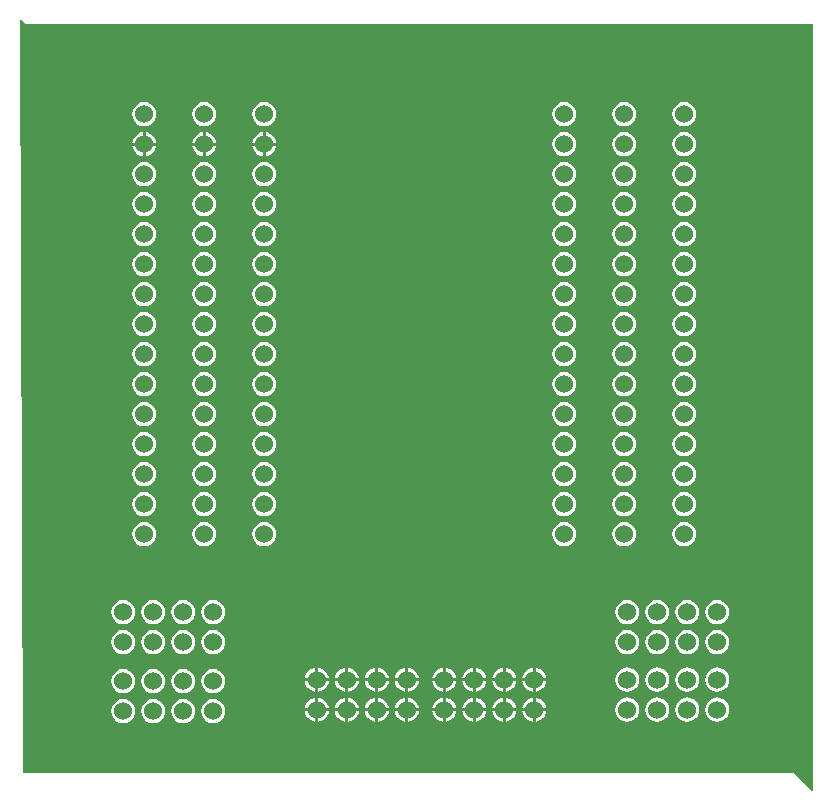
<source format=gbl>
G04*
G04 #@! TF.GenerationSoftware,Altium Limited,Altium Designer,18.0.7 (293)*
G04*
G04 Layer_Physical_Order=2*
G04 Layer_Color=16711680*
%FSLAX25Y25*%
%MOIN*%
G70*
G01*
G75*
%ADD12C,0.06000*%
G36*
X147000Y448000D02*
X409500D01*
Y192653D01*
X409038Y192462D01*
X403000Y198500D01*
X146000D01*
X145003Y449344D01*
X145464Y449536D01*
X147000Y448000D01*
D02*
G37*
%LPC*%
G36*
X366500Y422035D02*
X365456Y421897D01*
X364483Y421494D01*
X363647Y420853D01*
X363006Y420017D01*
X362603Y419044D01*
X362466Y418000D01*
X362603Y416956D01*
X363006Y415983D01*
X363647Y415147D01*
X364483Y414506D01*
X365456Y414103D01*
X366500Y413966D01*
X367544Y414103D01*
X368517Y414506D01*
X369353Y415147D01*
X369994Y415983D01*
X370397Y416956D01*
X370534Y418000D01*
X370397Y419044D01*
X369994Y420017D01*
X369353Y420853D01*
X368517Y421494D01*
X367544Y421897D01*
X366500Y422035D01*
D02*
G37*
G36*
X346500D02*
X345456Y421897D01*
X344483Y421494D01*
X343647Y420853D01*
X343006Y420017D01*
X342603Y419044D01*
X342465Y418000D01*
X342603Y416956D01*
X343006Y415983D01*
X343647Y415147D01*
X344483Y414506D01*
X345456Y414103D01*
X346500Y413966D01*
X347544Y414103D01*
X348517Y414506D01*
X349353Y415147D01*
X349994Y415983D01*
X350397Y416956D01*
X350535Y418000D01*
X350397Y419044D01*
X349994Y420017D01*
X349353Y420853D01*
X348517Y421494D01*
X347544Y421897D01*
X346500Y422035D01*
D02*
G37*
G36*
X326500D02*
X325456Y421897D01*
X324483Y421494D01*
X323647Y420853D01*
X323006Y420017D01*
X322603Y419044D01*
X322465Y418000D01*
X322603Y416956D01*
X323006Y415983D01*
X323647Y415147D01*
X324483Y414506D01*
X325456Y414103D01*
X326500Y413966D01*
X327544Y414103D01*
X328517Y414506D01*
X329353Y415147D01*
X329994Y415983D01*
X330397Y416956D01*
X330535Y418000D01*
X330397Y419044D01*
X329994Y420017D01*
X329353Y420853D01*
X328517Y421494D01*
X327544Y421897D01*
X326500Y422035D01*
D02*
G37*
G36*
X226500D02*
X225456Y421897D01*
X224483Y421494D01*
X223647Y420853D01*
X223006Y420017D01*
X222603Y419044D01*
X222465Y418000D01*
X222603Y416956D01*
X223006Y415983D01*
X223647Y415147D01*
X224483Y414506D01*
X225456Y414103D01*
X226500Y413966D01*
X227544Y414103D01*
X228517Y414506D01*
X229353Y415147D01*
X229994Y415983D01*
X230397Y416956D01*
X230535Y418000D01*
X230397Y419044D01*
X229994Y420017D01*
X229353Y420853D01*
X228517Y421494D01*
X227544Y421897D01*
X226500Y422035D01*
D02*
G37*
G36*
X206500D02*
X205456Y421897D01*
X204483Y421494D01*
X203647Y420853D01*
X203006Y420017D01*
X202603Y419044D01*
X202466Y418000D01*
X202603Y416956D01*
X203006Y415983D01*
X203647Y415147D01*
X204483Y414506D01*
X205456Y414103D01*
X206500Y413966D01*
X207544Y414103D01*
X208517Y414506D01*
X209353Y415147D01*
X209994Y415983D01*
X210397Y416956D01*
X210535Y418000D01*
X210397Y419044D01*
X209994Y420017D01*
X209353Y420853D01*
X208517Y421494D01*
X207544Y421897D01*
X206500Y422035D01*
D02*
G37*
G36*
X186500D02*
X185456Y421897D01*
X184483Y421494D01*
X183647Y420853D01*
X183006Y420017D01*
X182603Y419044D01*
X182466Y418000D01*
X182603Y416956D01*
X183006Y415983D01*
X183647Y415147D01*
X184483Y414506D01*
X185456Y414103D01*
X186500Y413966D01*
X187544Y414103D01*
X188517Y414506D01*
X189353Y415147D01*
X189994Y415983D01*
X190397Y416956D01*
X190534Y418000D01*
X190397Y419044D01*
X189994Y420017D01*
X189353Y420853D01*
X188517Y421494D01*
X187544Y421897D01*
X186500Y422035D01*
D02*
G37*
G36*
X227000Y411969D02*
Y408500D01*
X230469D01*
X230397Y409044D01*
X229994Y410017D01*
X229353Y410853D01*
X228517Y411494D01*
X227544Y411897D01*
X227000Y411969D01*
D02*
G37*
G36*
X226000D02*
X225456Y411897D01*
X224483Y411494D01*
X223647Y410853D01*
X223006Y410017D01*
X222603Y409044D01*
X222531Y408500D01*
X226000D01*
Y411969D01*
D02*
G37*
G36*
X207000D02*
Y408500D01*
X210469D01*
X210397Y409044D01*
X209994Y410017D01*
X209353Y410853D01*
X208517Y411494D01*
X207544Y411897D01*
X207000Y411969D01*
D02*
G37*
G36*
X206000D02*
X205456Y411897D01*
X204483Y411494D01*
X203647Y410853D01*
X203006Y410017D01*
X202603Y409044D01*
X202531Y408500D01*
X206000D01*
Y411969D01*
D02*
G37*
G36*
X187000D02*
Y408500D01*
X190469D01*
X190397Y409044D01*
X189994Y410017D01*
X189353Y410853D01*
X188517Y411494D01*
X187544Y411897D01*
X187000Y411969D01*
D02*
G37*
G36*
X186000D02*
X185456Y411897D01*
X184483Y411494D01*
X183647Y410853D01*
X183006Y410017D01*
X182603Y409044D01*
X182531Y408500D01*
X186000D01*
Y411969D01*
D02*
G37*
G36*
X230469Y407500D02*
X227000D01*
Y404031D01*
X227544Y404103D01*
X228517Y404506D01*
X229353Y405147D01*
X229994Y405983D01*
X230397Y406956D01*
X230469Y407500D01*
D02*
G37*
G36*
X226000D02*
X222531D01*
X222603Y406956D01*
X223006Y405983D01*
X223647Y405147D01*
X224483Y404506D01*
X225456Y404103D01*
X226000Y404031D01*
Y407500D01*
D02*
G37*
G36*
X210469D02*
X207000D01*
Y404031D01*
X207544Y404103D01*
X208517Y404506D01*
X209353Y405147D01*
X209994Y405983D01*
X210397Y406956D01*
X210469Y407500D01*
D02*
G37*
G36*
X206000D02*
X202531D01*
X202603Y406956D01*
X203006Y405983D01*
X203647Y405147D01*
X204483Y404506D01*
X205456Y404103D01*
X206000Y404031D01*
Y407500D01*
D02*
G37*
G36*
X190469D02*
X187000D01*
Y404031D01*
X187544Y404103D01*
X188517Y404506D01*
X189353Y405147D01*
X189994Y405983D01*
X190397Y406956D01*
X190469Y407500D01*
D02*
G37*
G36*
X186000D02*
X182531D01*
X182603Y406956D01*
X183006Y405983D01*
X183647Y405147D01*
X184483Y404506D01*
X185456Y404103D01*
X186000Y404031D01*
Y407500D01*
D02*
G37*
G36*
X366500Y412035D02*
X365456Y411897D01*
X364483Y411494D01*
X363647Y410853D01*
X363006Y410017D01*
X362603Y409044D01*
X362466Y408000D01*
X362603Y406956D01*
X363006Y405983D01*
X363647Y405147D01*
X364483Y404506D01*
X365456Y404103D01*
X366500Y403966D01*
X367544Y404103D01*
X368517Y404506D01*
X369353Y405147D01*
X369994Y405983D01*
X370397Y406956D01*
X370534Y408000D01*
X370397Y409044D01*
X369994Y410017D01*
X369353Y410853D01*
X368517Y411494D01*
X367544Y411897D01*
X366500Y412035D01*
D02*
G37*
G36*
X346500D02*
X345456Y411897D01*
X344483Y411494D01*
X343647Y410853D01*
X343006Y410017D01*
X342603Y409044D01*
X342465Y408000D01*
X342603Y406956D01*
X343006Y405983D01*
X343647Y405147D01*
X344483Y404506D01*
X345456Y404103D01*
X346500Y403966D01*
X347544Y404103D01*
X348517Y404506D01*
X349353Y405147D01*
X349994Y405983D01*
X350397Y406956D01*
X350535Y408000D01*
X350397Y409044D01*
X349994Y410017D01*
X349353Y410853D01*
X348517Y411494D01*
X347544Y411897D01*
X346500Y412035D01*
D02*
G37*
G36*
X326500D02*
X325456Y411897D01*
X324483Y411494D01*
X323647Y410853D01*
X323006Y410017D01*
X322603Y409044D01*
X322465Y408000D01*
X322603Y406956D01*
X323006Y405983D01*
X323647Y405147D01*
X324483Y404506D01*
X325456Y404103D01*
X326500Y403966D01*
X327544Y404103D01*
X328517Y404506D01*
X329353Y405147D01*
X329994Y405983D01*
X330397Y406956D01*
X330535Y408000D01*
X330397Y409044D01*
X329994Y410017D01*
X329353Y410853D01*
X328517Y411494D01*
X327544Y411897D01*
X326500Y412035D01*
D02*
G37*
G36*
X366500Y402035D02*
X365456Y401897D01*
X364483Y401494D01*
X363647Y400853D01*
X363006Y400017D01*
X362603Y399044D01*
X362466Y398000D01*
X362603Y396956D01*
X363006Y395983D01*
X363647Y395147D01*
X364483Y394506D01*
X365456Y394103D01*
X366500Y393966D01*
X367544Y394103D01*
X368517Y394506D01*
X369353Y395147D01*
X369994Y395983D01*
X370397Y396956D01*
X370534Y398000D01*
X370397Y399044D01*
X369994Y400017D01*
X369353Y400853D01*
X368517Y401494D01*
X367544Y401897D01*
X366500Y402035D01*
D02*
G37*
G36*
X346500D02*
X345456Y401897D01*
X344483Y401494D01*
X343647Y400853D01*
X343006Y400017D01*
X342603Y399044D01*
X342465Y398000D01*
X342603Y396956D01*
X343006Y395983D01*
X343647Y395147D01*
X344483Y394506D01*
X345456Y394103D01*
X346500Y393966D01*
X347544Y394103D01*
X348517Y394506D01*
X349353Y395147D01*
X349994Y395983D01*
X350397Y396956D01*
X350535Y398000D01*
X350397Y399044D01*
X349994Y400017D01*
X349353Y400853D01*
X348517Y401494D01*
X347544Y401897D01*
X346500Y402035D01*
D02*
G37*
G36*
X326500D02*
X325456Y401897D01*
X324483Y401494D01*
X323647Y400853D01*
X323006Y400017D01*
X322603Y399044D01*
X322465Y398000D01*
X322603Y396956D01*
X323006Y395983D01*
X323647Y395147D01*
X324483Y394506D01*
X325456Y394103D01*
X326500Y393966D01*
X327544Y394103D01*
X328517Y394506D01*
X329353Y395147D01*
X329994Y395983D01*
X330397Y396956D01*
X330535Y398000D01*
X330397Y399044D01*
X329994Y400017D01*
X329353Y400853D01*
X328517Y401494D01*
X327544Y401897D01*
X326500Y402035D01*
D02*
G37*
G36*
X226500D02*
X225456Y401897D01*
X224483Y401494D01*
X223647Y400853D01*
X223006Y400017D01*
X222603Y399044D01*
X222465Y398000D01*
X222603Y396956D01*
X223006Y395983D01*
X223647Y395147D01*
X224483Y394506D01*
X225456Y394103D01*
X226500Y393966D01*
X227544Y394103D01*
X228517Y394506D01*
X229353Y395147D01*
X229994Y395983D01*
X230397Y396956D01*
X230535Y398000D01*
X230397Y399044D01*
X229994Y400017D01*
X229353Y400853D01*
X228517Y401494D01*
X227544Y401897D01*
X226500Y402035D01*
D02*
G37*
G36*
X206500D02*
X205456Y401897D01*
X204483Y401494D01*
X203647Y400853D01*
X203006Y400017D01*
X202603Y399044D01*
X202466Y398000D01*
X202603Y396956D01*
X203006Y395983D01*
X203647Y395147D01*
X204483Y394506D01*
X205456Y394103D01*
X206500Y393966D01*
X207544Y394103D01*
X208517Y394506D01*
X209353Y395147D01*
X209994Y395983D01*
X210397Y396956D01*
X210535Y398000D01*
X210397Y399044D01*
X209994Y400017D01*
X209353Y400853D01*
X208517Y401494D01*
X207544Y401897D01*
X206500Y402035D01*
D02*
G37*
G36*
X186500D02*
X185456Y401897D01*
X184483Y401494D01*
X183647Y400853D01*
X183006Y400017D01*
X182603Y399044D01*
X182466Y398000D01*
X182603Y396956D01*
X183006Y395983D01*
X183647Y395147D01*
X184483Y394506D01*
X185456Y394103D01*
X186500Y393966D01*
X187544Y394103D01*
X188517Y394506D01*
X189353Y395147D01*
X189994Y395983D01*
X190397Y396956D01*
X190534Y398000D01*
X190397Y399044D01*
X189994Y400017D01*
X189353Y400853D01*
X188517Y401494D01*
X187544Y401897D01*
X186500Y402035D01*
D02*
G37*
G36*
X366500Y392035D02*
X365456Y391897D01*
X364483Y391494D01*
X363647Y390853D01*
X363006Y390017D01*
X362603Y389044D01*
X362466Y388000D01*
X362603Y386956D01*
X363006Y385983D01*
X363647Y385147D01*
X364483Y384506D01*
X365456Y384103D01*
X366500Y383965D01*
X367544Y384103D01*
X368517Y384506D01*
X369353Y385147D01*
X369994Y385983D01*
X370397Y386956D01*
X370534Y388000D01*
X370397Y389044D01*
X369994Y390017D01*
X369353Y390853D01*
X368517Y391494D01*
X367544Y391897D01*
X366500Y392035D01*
D02*
G37*
G36*
X346500D02*
X345456Y391897D01*
X344483Y391494D01*
X343647Y390853D01*
X343006Y390017D01*
X342603Y389044D01*
X342465Y388000D01*
X342603Y386956D01*
X343006Y385983D01*
X343647Y385147D01*
X344483Y384506D01*
X345456Y384103D01*
X346500Y383965D01*
X347544Y384103D01*
X348517Y384506D01*
X349353Y385147D01*
X349994Y385983D01*
X350397Y386956D01*
X350535Y388000D01*
X350397Y389044D01*
X349994Y390017D01*
X349353Y390853D01*
X348517Y391494D01*
X347544Y391897D01*
X346500Y392035D01*
D02*
G37*
G36*
X326500D02*
X325456Y391897D01*
X324483Y391494D01*
X323647Y390853D01*
X323006Y390017D01*
X322603Y389044D01*
X322465Y388000D01*
X322603Y386956D01*
X323006Y385983D01*
X323647Y385147D01*
X324483Y384506D01*
X325456Y384103D01*
X326500Y383965D01*
X327544Y384103D01*
X328517Y384506D01*
X329353Y385147D01*
X329994Y385983D01*
X330397Y386956D01*
X330535Y388000D01*
X330397Y389044D01*
X329994Y390017D01*
X329353Y390853D01*
X328517Y391494D01*
X327544Y391897D01*
X326500Y392035D01*
D02*
G37*
G36*
X226500D02*
X225456Y391897D01*
X224483Y391494D01*
X223647Y390853D01*
X223006Y390017D01*
X222603Y389044D01*
X222465Y388000D01*
X222603Y386956D01*
X223006Y385983D01*
X223647Y385147D01*
X224483Y384506D01*
X225456Y384103D01*
X226500Y383965D01*
X227544Y384103D01*
X228517Y384506D01*
X229353Y385147D01*
X229994Y385983D01*
X230397Y386956D01*
X230535Y388000D01*
X230397Y389044D01*
X229994Y390017D01*
X229353Y390853D01*
X228517Y391494D01*
X227544Y391897D01*
X226500Y392035D01*
D02*
G37*
G36*
X206500D02*
X205456Y391897D01*
X204483Y391494D01*
X203647Y390853D01*
X203006Y390017D01*
X202603Y389044D01*
X202466Y388000D01*
X202603Y386956D01*
X203006Y385983D01*
X203647Y385147D01*
X204483Y384506D01*
X205456Y384103D01*
X206500Y383965D01*
X207544Y384103D01*
X208517Y384506D01*
X209353Y385147D01*
X209994Y385983D01*
X210397Y386956D01*
X210535Y388000D01*
X210397Y389044D01*
X209994Y390017D01*
X209353Y390853D01*
X208517Y391494D01*
X207544Y391897D01*
X206500Y392035D01*
D02*
G37*
G36*
X186500D02*
X185456Y391897D01*
X184483Y391494D01*
X183647Y390853D01*
X183006Y390017D01*
X182603Y389044D01*
X182466Y388000D01*
X182603Y386956D01*
X183006Y385983D01*
X183647Y385147D01*
X184483Y384506D01*
X185456Y384103D01*
X186500Y383965D01*
X187544Y384103D01*
X188517Y384506D01*
X189353Y385147D01*
X189994Y385983D01*
X190397Y386956D01*
X190534Y388000D01*
X190397Y389044D01*
X189994Y390017D01*
X189353Y390853D01*
X188517Y391494D01*
X187544Y391897D01*
X186500Y392035D01*
D02*
G37*
G36*
X366500Y382034D02*
X365456Y381897D01*
X364483Y381494D01*
X363647Y380853D01*
X363006Y380017D01*
X362603Y379044D01*
X362466Y378000D01*
X362603Y376956D01*
X363006Y375983D01*
X363647Y375147D01*
X364483Y374506D01*
X365456Y374103D01*
X366500Y373966D01*
X367544Y374103D01*
X368517Y374506D01*
X369353Y375147D01*
X369994Y375983D01*
X370397Y376956D01*
X370534Y378000D01*
X370397Y379044D01*
X369994Y380017D01*
X369353Y380853D01*
X368517Y381494D01*
X367544Y381897D01*
X366500Y382034D01*
D02*
G37*
G36*
X346500D02*
X345456Y381897D01*
X344483Y381494D01*
X343647Y380853D01*
X343006Y380017D01*
X342603Y379044D01*
X342465Y378000D01*
X342603Y376956D01*
X343006Y375983D01*
X343647Y375147D01*
X344483Y374506D01*
X345456Y374103D01*
X346500Y373966D01*
X347544Y374103D01*
X348517Y374506D01*
X349353Y375147D01*
X349994Y375983D01*
X350397Y376956D01*
X350535Y378000D01*
X350397Y379044D01*
X349994Y380017D01*
X349353Y380853D01*
X348517Y381494D01*
X347544Y381897D01*
X346500Y382034D01*
D02*
G37*
G36*
X326500D02*
X325456Y381897D01*
X324483Y381494D01*
X323647Y380853D01*
X323006Y380017D01*
X322603Y379044D01*
X322465Y378000D01*
X322603Y376956D01*
X323006Y375983D01*
X323647Y375147D01*
X324483Y374506D01*
X325456Y374103D01*
X326500Y373966D01*
X327544Y374103D01*
X328517Y374506D01*
X329353Y375147D01*
X329994Y375983D01*
X330397Y376956D01*
X330535Y378000D01*
X330397Y379044D01*
X329994Y380017D01*
X329353Y380853D01*
X328517Y381494D01*
X327544Y381897D01*
X326500Y382034D01*
D02*
G37*
G36*
X226500D02*
X225456Y381897D01*
X224483Y381494D01*
X223647Y380853D01*
X223006Y380017D01*
X222603Y379044D01*
X222465Y378000D01*
X222603Y376956D01*
X223006Y375983D01*
X223647Y375147D01*
X224483Y374506D01*
X225456Y374103D01*
X226500Y373966D01*
X227544Y374103D01*
X228517Y374506D01*
X229353Y375147D01*
X229994Y375983D01*
X230397Y376956D01*
X230535Y378000D01*
X230397Y379044D01*
X229994Y380017D01*
X229353Y380853D01*
X228517Y381494D01*
X227544Y381897D01*
X226500Y382034D01*
D02*
G37*
G36*
X206500D02*
X205456Y381897D01*
X204483Y381494D01*
X203647Y380853D01*
X203006Y380017D01*
X202603Y379044D01*
X202466Y378000D01*
X202603Y376956D01*
X203006Y375983D01*
X203647Y375147D01*
X204483Y374506D01*
X205456Y374103D01*
X206500Y373966D01*
X207544Y374103D01*
X208517Y374506D01*
X209353Y375147D01*
X209994Y375983D01*
X210397Y376956D01*
X210535Y378000D01*
X210397Y379044D01*
X209994Y380017D01*
X209353Y380853D01*
X208517Y381494D01*
X207544Y381897D01*
X206500Y382034D01*
D02*
G37*
G36*
X186500D02*
X185456Y381897D01*
X184483Y381494D01*
X183647Y380853D01*
X183006Y380017D01*
X182603Y379044D01*
X182466Y378000D01*
X182603Y376956D01*
X183006Y375983D01*
X183647Y375147D01*
X184483Y374506D01*
X185456Y374103D01*
X186500Y373966D01*
X187544Y374103D01*
X188517Y374506D01*
X189353Y375147D01*
X189994Y375983D01*
X190397Y376956D01*
X190534Y378000D01*
X190397Y379044D01*
X189994Y380017D01*
X189353Y380853D01*
X188517Y381494D01*
X187544Y381897D01*
X186500Y382034D01*
D02*
G37*
G36*
X366500Y372035D02*
X365456Y371897D01*
X364483Y371494D01*
X363647Y370853D01*
X363006Y370017D01*
X362603Y369044D01*
X362466Y368000D01*
X362603Y366956D01*
X363006Y365983D01*
X363647Y365147D01*
X364483Y364506D01*
X365456Y364103D01*
X366500Y363966D01*
X367544Y364103D01*
X368517Y364506D01*
X369353Y365147D01*
X369994Y365983D01*
X370397Y366956D01*
X370534Y368000D01*
X370397Y369044D01*
X369994Y370017D01*
X369353Y370853D01*
X368517Y371494D01*
X367544Y371897D01*
X366500Y372035D01*
D02*
G37*
G36*
X346500D02*
X345456Y371897D01*
X344483Y371494D01*
X343647Y370853D01*
X343006Y370017D01*
X342603Y369044D01*
X342465Y368000D01*
X342603Y366956D01*
X343006Y365983D01*
X343647Y365147D01*
X344483Y364506D01*
X345456Y364103D01*
X346500Y363966D01*
X347544Y364103D01*
X348517Y364506D01*
X349353Y365147D01*
X349994Y365983D01*
X350397Y366956D01*
X350535Y368000D01*
X350397Y369044D01*
X349994Y370017D01*
X349353Y370853D01*
X348517Y371494D01*
X347544Y371897D01*
X346500Y372035D01*
D02*
G37*
G36*
X326500D02*
X325456Y371897D01*
X324483Y371494D01*
X323647Y370853D01*
X323006Y370017D01*
X322603Y369044D01*
X322465Y368000D01*
X322603Y366956D01*
X323006Y365983D01*
X323647Y365147D01*
X324483Y364506D01*
X325456Y364103D01*
X326500Y363966D01*
X327544Y364103D01*
X328517Y364506D01*
X329353Y365147D01*
X329994Y365983D01*
X330397Y366956D01*
X330535Y368000D01*
X330397Y369044D01*
X329994Y370017D01*
X329353Y370853D01*
X328517Y371494D01*
X327544Y371897D01*
X326500Y372035D01*
D02*
G37*
G36*
X226500D02*
X225456Y371897D01*
X224483Y371494D01*
X223647Y370853D01*
X223006Y370017D01*
X222603Y369044D01*
X222465Y368000D01*
X222603Y366956D01*
X223006Y365983D01*
X223647Y365147D01*
X224483Y364506D01*
X225456Y364103D01*
X226500Y363966D01*
X227544Y364103D01*
X228517Y364506D01*
X229353Y365147D01*
X229994Y365983D01*
X230397Y366956D01*
X230535Y368000D01*
X230397Y369044D01*
X229994Y370017D01*
X229353Y370853D01*
X228517Y371494D01*
X227544Y371897D01*
X226500Y372035D01*
D02*
G37*
G36*
X206500D02*
X205456Y371897D01*
X204483Y371494D01*
X203647Y370853D01*
X203006Y370017D01*
X202603Y369044D01*
X202466Y368000D01*
X202603Y366956D01*
X203006Y365983D01*
X203647Y365147D01*
X204483Y364506D01*
X205456Y364103D01*
X206500Y363966D01*
X207544Y364103D01*
X208517Y364506D01*
X209353Y365147D01*
X209994Y365983D01*
X210397Y366956D01*
X210535Y368000D01*
X210397Y369044D01*
X209994Y370017D01*
X209353Y370853D01*
X208517Y371494D01*
X207544Y371897D01*
X206500Y372035D01*
D02*
G37*
G36*
X186500D02*
X185456Y371897D01*
X184483Y371494D01*
X183647Y370853D01*
X183006Y370017D01*
X182603Y369044D01*
X182466Y368000D01*
X182603Y366956D01*
X183006Y365983D01*
X183647Y365147D01*
X184483Y364506D01*
X185456Y364103D01*
X186500Y363966D01*
X187544Y364103D01*
X188517Y364506D01*
X189353Y365147D01*
X189994Y365983D01*
X190397Y366956D01*
X190534Y368000D01*
X190397Y369044D01*
X189994Y370017D01*
X189353Y370853D01*
X188517Y371494D01*
X187544Y371897D01*
X186500Y372035D01*
D02*
G37*
G36*
X366500Y362035D02*
X365456Y361897D01*
X364483Y361494D01*
X363647Y360853D01*
X363006Y360017D01*
X362603Y359044D01*
X362466Y358000D01*
X362603Y356956D01*
X363006Y355983D01*
X363647Y355147D01*
X364483Y354506D01*
X365456Y354103D01*
X366500Y353965D01*
X367544Y354103D01*
X368517Y354506D01*
X369353Y355147D01*
X369994Y355983D01*
X370397Y356956D01*
X370534Y358000D01*
X370397Y359044D01*
X369994Y360017D01*
X369353Y360853D01*
X368517Y361494D01*
X367544Y361897D01*
X366500Y362035D01*
D02*
G37*
G36*
X346500D02*
X345456Y361897D01*
X344483Y361494D01*
X343647Y360853D01*
X343006Y360017D01*
X342603Y359044D01*
X342465Y358000D01*
X342603Y356956D01*
X343006Y355983D01*
X343647Y355147D01*
X344483Y354506D01*
X345456Y354103D01*
X346500Y353965D01*
X347544Y354103D01*
X348517Y354506D01*
X349353Y355147D01*
X349994Y355983D01*
X350397Y356956D01*
X350535Y358000D01*
X350397Y359044D01*
X349994Y360017D01*
X349353Y360853D01*
X348517Y361494D01*
X347544Y361897D01*
X346500Y362035D01*
D02*
G37*
G36*
X326500D02*
X325456Y361897D01*
X324483Y361494D01*
X323647Y360853D01*
X323006Y360017D01*
X322603Y359044D01*
X322465Y358000D01*
X322603Y356956D01*
X323006Y355983D01*
X323647Y355147D01*
X324483Y354506D01*
X325456Y354103D01*
X326500Y353965D01*
X327544Y354103D01*
X328517Y354506D01*
X329353Y355147D01*
X329994Y355983D01*
X330397Y356956D01*
X330535Y358000D01*
X330397Y359044D01*
X329994Y360017D01*
X329353Y360853D01*
X328517Y361494D01*
X327544Y361897D01*
X326500Y362035D01*
D02*
G37*
G36*
X226500D02*
X225456Y361897D01*
X224483Y361494D01*
X223647Y360853D01*
X223006Y360017D01*
X222603Y359044D01*
X222465Y358000D01*
X222603Y356956D01*
X223006Y355983D01*
X223647Y355147D01*
X224483Y354506D01*
X225456Y354103D01*
X226500Y353965D01*
X227544Y354103D01*
X228517Y354506D01*
X229353Y355147D01*
X229994Y355983D01*
X230397Y356956D01*
X230535Y358000D01*
X230397Y359044D01*
X229994Y360017D01*
X229353Y360853D01*
X228517Y361494D01*
X227544Y361897D01*
X226500Y362035D01*
D02*
G37*
G36*
X206500D02*
X205456Y361897D01*
X204483Y361494D01*
X203647Y360853D01*
X203006Y360017D01*
X202603Y359044D01*
X202466Y358000D01*
X202603Y356956D01*
X203006Y355983D01*
X203647Y355147D01*
X204483Y354506D01*
X205456Y354103D01*
X206500Y353965D01*
X207544Y354103D01*
X208517Y354506D01*
X209353Y355147D01*
X209994Y355983D01*
X210397Y356956D01*
X210535Y358000D01*
X210397Y359044D01*
X209994Y360017D01*
X209353Y360853D01*
X208517Y361494D01*
X207544Y361897D01*
X206500Y362035D01*
D02*
G37*
G36*
X186500D02*
X185456Y361897D01*
X184483Y361494D01*
X183647Y360853D01*
X183006Y360017D01*
X182603Y359044D01*
X182466Y358000D01*
X182603Y356956D01*
X183006Y355983D01*
X183647Y355147D01*
X184483Y354506D01*
X185456Y354103D01*
X186500Y353965D01*
X187544Y354103D01*
X188517Y354506D01*
X189353Y355147D01*
X189994Y355983D01*
X190397Y356956D01*
X190534Y358000D01*
X190397Y359044D01*
X189994Y360017D01*
X189353Y360853D01*
X188517Y361494D01*
X187544Y361897D01*
X186500Y362035D01*
D02*
G37*
G36*
X366500Y352034D02*
X365456Y351897D01*
X364483Y351494D01*
X363647Y350853D01*
X363006Y350017D01*
X362603Y349044D01*
X362466Y348000D01*
X362603Y346956D01*
X363006Y345983D01*
X363647Y345147D01*
X364483Y344506D01*
X365456Y344103D01*
X366500Y343966D01*
X367544Y344103D01*
X368517Y344506D01*
X369353Y345147D01*
X369994Y345983D01*
X370397Y346956D01*
X370534Y348000D01*
X370397Y349044D01*
X369994Y350017D01*
X369353Y350853D01*
X368517Y351494D01*
X367544Y351897D01*
X366500Y352034D01*
D02*
G37*
G36*
X346500D02*
X345456Y351897D01*
X344483Y351494D01*
X343647Y350853D01*
X343006Y350017D01*
X342603Y349044D01*
X342465Y348000D01*
X342603Y346956D01*
X343006Y345983D01*
X343647Y345147D01*
X344483Y344506D01*
X345456Y344103D01*
X346500Y343966D01*
X347544Y344103D01*
X348517Y344506D01*
X349353Y345147D01*
X349994Y345983D01*
X350397Y346956D01*
X350535Y348000D01*
X350397Y349044D01*
X349994Y350017D01*
X349353Y350853D01*
X348517Y351494D01*
X347544Y351897D01*
X346500Y352034D01*
D02*
G37*
G36*
X326500D02*
X325456Y351897D01*
X324483Y351494D01*
X323647Y350853D01*
X323006Y350017D01*
X322603Y349044D01*
X322465Y348000D01*
X322603Y346956D01*
X323006Y345983D01*
X323647Y345147D01*
X324483Y344506D01*
X325456Y344103D01*
X326500Y343966D01*
X327544Y344103D01*
X328517Y344506D01*
X329353Y345147D01*
X329994Y345983D01*
X330397Y346956D01*
X330535Y348000D01*
X330397Y349044D01*
X329994Y350017D01*
X329353Y350853D01*
X328517Y351494D01*
X327544Y351897D01*
X326500Y352034D01*
D02*
G37*
G36*
X226500D02*
X225456Y351897D01*
X224483Y351494D01*
X223647Y350853D01*
X223006Y350017D01*
X222603Y349044D01*
X222465Y348000D01*
X222603Y346956D01*
X223006Y345983D01*
X223647Y345147D01*
X224483Y344506D01*
X225456Y344103D01*
X226500Y343966D01*
X227544Y344103D01*
X228517Y344506D01*
X229353Y345147D01*
X229994Y345983D01*
X230397Y346956D01*
X230535Y348000D01*
X230397Y349044D01*
X229994Y350017D01*
X229353Y350853D01*
X228517Y351494D01*
X227544Y351897D01*
X226500Y352034D01*
D02*
G37*
G36*
X206500D02*
X205456Y351897D01*
X204483Y351494D01*
X203647Y350853D01*
X203006Y350017D01*
X202603Y349044D01*
X202466Y348000D01*
X202603Y346956D01*
X203006Y345983D01*
X203647Y345147D01*
X204483Y344506D01*
X205456Y344103D01*
X206500Y343966D01*
X207544Y344103D01*
X208517Y344506D01*
X209353Y345147D01*
X209994Y345983D01*
X210397Y346956D01*
X210535Y348000D01*
X210397Y349044D01*
X209994Y350017D01*
X209353Y350853D01*
X208517Y351494D01*
X207544Y351897D01*
X206500Y352034D01*
D02*
G37*
G36*
X186500D02*
X185456Y351897D01*
X184483Y351494D01*
X183647Y350853D01*
X183006Y350017D01*
X182603Y349044D01*
X182466Y348000D01*
X182603Y346956D01*
X183006Y345983D01*
X183647Y345147D01*
X184483Y344506D01*
X185456Y344103D01*
X186500Y343966D01*
X187544Y344103D01*
X188517Y344506D01*
X189353Y345147D01*
X189994Y345983D01*
X190397Y346956D01*
X190534Y348000D01*
X190397Y349044D01*
X189994Y350017D01*
X189353Y350853D01*
X188517Y351494D01*
X187544Y351897D01*
X186500Y352034D01*
D02*
G37*
G36*
X366500Y342035D02*
X365456Y341897D01*
X364483Y341494D01*
X363647Y340853D01*
X363006Y340017D01*
X362603Y339044D01*
X362466Y338000D01*
X362603Y336956D01*
X363006Y335983D01*
X363647Y335147D01*
X364483Y334506D01*
X365456Y334103D01*
X366500Y333965D01*
X367544Y334103D01*
X368517Y334506D01*
X369353Y335147D01*
X369994Y335983D01*
X370397Y336956D01*
X370534Y338000D01*
X370397Y339044D01*
X369994Y340017D01*
X369353Y340853D01*
X368517Y341494D01*
X367544Y341897D01*
X366500Y342035D01*
D02*
G37*
G36*
X346500D02*
X345456Y341897D01*
X344483Y341494D01*
X343647Y340853D01*
X343006Y340017D01*
X342603Y339044D01*
X342465Y338000D01*
X342603Y336956D01*
X343006Y335983D01*
X343647Y335147D01*
X344483Y334506D01*
X345456Y334103D01*
X346500Y333965D01*
X347544Y334103D01*
X348517Y334506D01*
X349353Y335147D01*
X349994Y335983D01*
X350397Y336956D01*
X350535Y338000D01*
X350397Y339044D01*
X349994Y340017D01*
X349353Y340853D01*
X348517Y341494D01*
X347544Y341897D01*
X346500Y342035D01*
D02*
G37*
G36*
X326500D02*
X325456Y341897D01*
X324483Y341494D01*
X323647Y340853D01*
X323006Y340017D01*
X322603Y339044D01*
X322465Y338000D01*
X322603Y336956D01*
X323006Y335983D01*
X323647Y335147D01*
X324483Y334506D01*
X325456Y334103D01*
X326500Y333965D01*
X327544Y334103D01*
X328517Y334506D01*
X329353Y335147D01*
X329994Y335983D01*
X330397Y336956D01*
X330535Y338000D01*
X330397Y339044D01*
X329994Y340017D01*
X329353Y340853D01*
X328517Y341494D01*
X327544Y341897D01*
X326500Y342035D01*
D02*
G37*
G36*
X226500D02*
X225456Y341897D01*
X224483Y341494D01*
X223647Y340853D01*
X223006Y340017D01*
X222603Y339044D01*
X222465Y338000D01*
X222603Y336956D01*
X223006Y335983D01*
X223647Y335147D01*
X224483Y334506D01*
X225456Y334103D01*
X226500Y333965D01*
X227544Y334103D01*
X228517Y334506D01*
X229353Y335147D01*
X229994Y335983D01*
X230397Y336956D01*
X230535Y338000D01*
X230397Y339044D01*
X229994Y340017D01*
X229353Y340853D01*
X228517Y341494D01*
X227544Y341897D01*
X226500Y342035D01*
D02*
G37*
G36*
X206500D02*
X205456Y341897D01*
X204483Y341494D01*
X203647Y340853D01*
X203006Y340017D01*
X202603Y339044D01*
X202466Y338000D01*
X202603Y336956D01*
X203006Y335983D01*
X203647Y335147D01*
X204483Y334506D01*
X205456Y334103D01*
X206500Y333965D01*
X207544Y334103D01*
X208517Y334506D01*
X209353Y335147D01*
X209994Y335983D01*
X210397Y336956D01*
X210535Y338000D01*
X210397Y339044D01*
X209994Y340017D01*
X209353Y340853D01*
X208517Y341494D01*
X207544Y341897D01*
X206500Y342035D01*
D02*
G37*
G36*
X186500D02*
X185456Y341897D01*
X184483Y341494D01*
X183647Y340853D01*
X183006Y340017D01*
X182603Y339044D01*
X182466Y338000D01*
X182603Y336956D01*
X183006Y335983D01*
X183647Y335147D01*
X184483Y334506D01*
X185456Y334103D01*
X186500Y333965D01*
X187544Y334103D01*
X188517Y334506D01*
X189353Y335147D01*
X189994Y335983D01*
X190397Y336956D01*
X190534Y338000D01*
X190397Y339044D01*
X189994Y340017D01*
X189353Y340853D01*
X188517Y341494D01*
X187544Y341897D01*
X186500Y342035D01*
D02*
G37*
G36*
X366500Y332034D02*
X365456Y331897D01*
X364483Y331494D01*
X363647Y330853D01*
X363006Y330017D01*
X362603Y329044D01*
X362466Y328000D01*
X362603Y326956D01*
X363006Y325983D01*
X363647Y325147D01*
X364483Y324506D01*
X365456Y324103D01*
X366500Y323966D01*
X367544Y324103D01*
X368517Y324506D01*
X369353Y325147D01*
X369994Y325983D01*
X370397Y326956D01*
X370534Y328000D01*
X370397Y329044D01*
X369994Y330017D01*
X369353Y330853D01*
X368517Y331494D01*
X367544Y331897D01*
X366500Y332034D01*
D02*
G37*
G36*
X346500D02*
X345456Y331897D01*
X344483Y331494D01*
X343647Y330853D01*
X343006Y330017D01*
X342603Y329044D01*
X342465Y328000D01*
X342603Y326956D01*
X343006Y325983D01*
X343647Y325147D01*
X344483Y324506D01*
X345456Y324103D01*
X346500Y323966D01*
X347544Y324103D01*
X348517Y324506D01*
X349353Y325147D01*
X349994Y325983D01*
X350397Y326956D01*
X350535Y328000D01*
X350397Y329044D01*
X349994Y330017D01*
X349353Y330853D01*
X348517Y331494D01*
X347544Y331897D01*
X346500Y332034D01*
D02*
G37*
G36*
X326500D02*
X325456Y331897D01*
X324483Y331494D01*
X323647Y330853D01*
X323006Y330017D01*
X322603Y329044D01*
X322465Y328000D01*
X322603Y326956D01*
X323006Y325983D01*
X323647Y325147D01*
X324483Y324506D01*
X325456Y324103D01*
X326500Y323966D01*
X327544Y324103D01*
X328517Y324506D01*
X329353Y325147D01*
X329994Y325983D01*
X330397Y326956D01*
X330535Y328000D01*
X330397Y329044D01*
X329994Y330017D01*
X329353Y330853D01*
X328517Y331494D01*
X327544Y331897D01*
X326500Y332034D01*
D02*
G37*
G36*
X226500D02*
X225456Y331897D01*
X224483Y331494D01*
X223647Y330853D01*
X223006Y330017D01*
X222603Y329044D01*
X222465Y328000D01*
X222603Y326956D01*
X223006Y325983D01*
X223647Y325147D01*
X224483Y324506D01*
X225456Y324103D01*
X226500Y323966D01*
X227544Y324103D01*
X228517Y324506D01*
X229353Y325147D01*
X229994Y325983D01*
X230397Y326956D01*
X230535Y328000D01*
X230397Y329044D01*
X229994Y330017D01*
X229353Y330853D01*
X228517Y331494D01*
X227544Y331897D01*
X226500Y332034D01*
D02*
G37*
G36*
X206500D02*
X205456Y331897D01*
X204483Y331494D01*
X203647Y330853D01*
X203006Y330017D01*
X202603Y329044D01*
X202466Y328000D01*
X202603Y326956D01*
X203006Y325983D01*
X203647Y325147D01*
X204483Y324506D01*
X205456Y324103D01*
X206500Y323966D01*
X207544Y324103D01*
X208517Y324506D01*
X209353Y325147D01*
X209994Y325983D01*
X210397Y326956D01*
X210535Y328000D01*
X210397Y329044D01*
X209994Y330017D01*
X209353Y330853D01*
X208517Y331494D01*
X207544Y331897D01*
X206500Y332034D01*
D02*
G37*
G36*
X186500D02*
X185456Y331897D01*
X184483Y331494D01*
X183647Y330853D01*
X183006Y330017D01*
X182603Y329044D01*
X182466Y328000D01*
X182603Y326956D01*
X183006Y325983D01*
X183647Y325147D01*
X184483Y324506D01*
X185456Y324103D01*
X186500Y323966D01*
X187544Y324103D01*
X188517Y324506D01*
X189353Y325147D01*
X189994Y325983D01*
X190397Y326956D01*
X190534Y328000D01*
X190397Y329044D01*
X189994Y330017D01*
X189353Y330853D01*
X188517Y331494D01*
X187544Y331897D01*
X186500Y332034D01*
D02*
G37*
G36*
X366500Y322035D02*
X365456Y321897D01*
X364483Y321494D01*
X363647Y320853D01*
X363006Y320017D01*
X362603Y319044D01*
X362466Y318000D01*
X362603Y316956D01*
X363006Y315983D01*
X363647Y315147D01*
X364483Y314506D01*
X365456Y314103D01*
X366500Y313966D01*
X367544Y314103D01*
X368517Y314506D01*
X369353Y315147D01*
X369994Y315983D01*
X370397Y316956D01*
X370534Y318000D01*
X370397Y319044D01*
X369994Y320017D01*
X369353Y320853D01*
X368517Y321494D01*
X367544Y321897D01*
X366500Y322035D01*
D02*
G37*
G36*
X346500D02*
X345456Y321897D01*
X344483Y321494D01*
X343647Y320853D01*
X343006Y320017D01*
X342603Y319044D01*
X342465Y318000D01*
X342603Y316956D01*
X343006Y315983D01*
X343647Y315147D01*
X344483Y314506D01*
X345456Y314103D01*
X346500Y313966D01*
X347544Y314103D01*
X348517Y314506D01*
X349353Y315147D01*
X349994Y315983D01*
X350397Y316956D01*
X350535Y318000D01*
X350397Y319044D01*
X349994Y320017D01*
X349353Y320853D01*
X348517Y321494D01*
X347544Y321897D01*
X346500Y322035D01*
D02*
G37*
G36*
X326500D02*
X325456Y321897D01*
X324483Y321494D01*
X323647Y320853D01*
X323006Y320017D01*
X322603Y319044D01*
X322465Y318000D01*
X322603Y316956D01*
X323006Y315983D01*
X323647Y315147D01*
X324483Y314506D01*
X325456Y314103D01*
X326500Y313966D01*
X327544Y314103D01*
X328517Y314506D01*
X329353Y315147D01*
X329994Y315983D01*
X330397Y316956D01*
X330535Y318000D01*
X330397Y319044D01*
X329994Y320017D01*
X329353Y320853D01*
X328517Y321494D01*
X327544Y321897D01*
X326500Y322035D01*
D02*
G37*
G36*
X226500D02*
X225456Y321897D01*
X224483Y321494D01*
X223647Y320853D01*
X223006Y320017D01*
X222603Y319044D01*
X222465Y318000D01*
X222603Y316956D01*
X223006Y315983D01*
X223647Y315147D01*
X224483Y314506D01*
X225456Y314103D01*
X226500Y313966D01*
X227544Y314103D01*
X228517Y314506D01*
X229353Y315147D01*
X229994Y315983D01*
X230397Y316956D01*
X230535Y318000D01*
X230397Y319044D01*
X229994Y320017D01*
X229353Y320853D01*
X228517Y321494D01*
X227544Y321897D01*
X226500Y322035D01*
D02*
G37*
G36*
X206500D02*
X205456Y321897D01*
X204483Y321494D01*
X203647Y320853D01*
X203006Y320017D01*
X202603Y319044D01*
X202466Y318000D01*
X202603Y316956D01*
X203006Y315983D01*
X203647Y315147D01*
X204483Y314506D01*
X205456Y314103D01*
X206500Y313966D01*
X207544Y314103D01*
X208517Y314506D01*
X209353Y315147D01*
X209994Y315983D01*
X210397Y316956D01*
X210535Y318000D01*
X210397Y319044D01*
X209994Y320017D01*
X209353Y320853D01*
X208517Y321494D01*
X207544Y321897D01*
X206500Y322035D01*
D02*
G37*
G36*
X186500D02*
X185456Y321897D01*
X184483Y321494D01*
X183647Y320853D01*
X183006Y320017D01*
X182603Y319044D01*
X182466Y318000D01*
X182603Y316956D01*
X183006Y315983D01*
X183647Y315147D01*
X184483Y314506D01*
X185456Y314103D01*
X186500Y313966D01*
X187544Y314103D01*
X188517Y314506D01*
X189353Y315147D01*
X189994Y315983D01*
X190397Y316956D01*
X190534Y318000D01*
X190397Y319044D01*
X189994Y320017D01*
X189353Y320853D01*
X188517Y321494D01*
X187544Y321897D01*
X186500Y322035D01*
D02*
G37*
G36*
X366500Y312035D02*
X365456Y311897D01*
X364483Y311494D01*
X363647Y310853D01*
X363006Y310017D01*
X362603Y309044D01*
X362466Y308000D01*
X362603Y306956D01*
X363006Y305983D01*
X363647Y305147D01*
X364483Y304506D01*
X365456Y304103D01*
X366500Y303965D01*
X367544Y304103D01*
X368517Y304506D01*
X369353Y305147D01*
X369994Y305983D01*
X370397Y306956D01*
X370534Y308000D01*
X370397Y309044D01*
X369994Y310017D01*
X369353Y310853D01*
X368517Y311494D01*
X367544Y311897D01*
X366500Y312035D01*
D02*
G37*
G36*
X346500D02*
X345456Y311897D01*
X344483Y311494D01*
X343647Y310853D01*
X343006Y310017D01*
X342603Y309044D01*
X342465Y308000D01*
X342603Y306956D01*
X343006Y305983D01*
X343647Y305147D01*
X344483Y304506D01*
X345456Y304103D01*
X346500Y303965D01*
X347544Y304103D01*
X348517Y304506D01*
X349353Y305147D01*
X349994Y305983D01*
X350397Y306956D01*
X350535Y308000D01*
X350397Y309044D01*
X349994Y310017D01*
X349353Y310853D01*
X348517Y311494D01*
X347544Y311897D01*
X346500Y312035D01*
D02*
G37*
G36*
X326500D02*
X325456Y311897D01*
X324483Y311494D01*
X323647Y310853D01*
X323006Y310017D01*
X322603Y309044D01*
X322465Y308000D01*
X322603Y306956D01*
X323006Y305983D01*
X323647Y305147D01*
X324483Y304506D01*
X325456Y304103D01*
X326500Y303965D01*
X327544Y304103D01*
X328517Y304506D01*
X329353Y305147D01*
X329994Y305983D01*
X330397Y306956D01*
X330535Y308000D01*
X330397Y309044D01*
X329994Y310017D01*
X329353Y310853D01*
X328517Y311494D01*
X327544Y311897D01*
X326500Y312035D01*
D02*
G37*
G36*
X226500D02*
X225456Y311897D01*
X224483Y311494D01*
X223647Y310853D01*
X223006Y310017D01*
X222603Y309044D01*
X222465Y308000D01*
X222603Y306956D01*
X223006Y305983D01*
X223647Y305147D01*
X224483Y304506D01*
X225456Y304103D01*
X226500Y303965D01*
X227544Y304103D01*
X228517Y304506D01*
X229353Y305147D01*
X229994Y305983D01*
X230397Y306956D01*
X230535Y308000D01*
X230397Y309044D01*
X229994Y310017D01*
X229353Y310853D01*
X228517Y311494D01*
X227544Y311897D01*
X226500Y312035D01*
D02*
G37*
G36*
X206500D02*
X205456Y311897D01*
X204483Y311494D01*
X203647Y310853D01*
X203006Y310017D01*
X202603Y309044D01*
X202466Y308000D01*
X202603Y306956D01*
X203006Y305983D01*
X203647Y305147D01*
X204483Y304506D01*
X205456Y304103D01*
X206500Y303965D01*
X207544Y304103D01*
X208517Y304506D01*
X209353Y305147D01*
X209994Y305983D01*
X210397Y306956D01*
X210535Y308000D01*
X210397Y309044D01*
X209994Y310017D01*
X209353Y310853D01*
X208517Y311494D01*
X207544Y311897D01*
X206500Y312035D01*
D02*
G37*
G36*
X186500D02*
X185456Y311897D01*
X184483Y311494D01*
X183647Y310853D01*
X183006Y310017D01*
X182603Y309044D01*
X182466Y308000D01*
X182603Y306956D01*
X183006Y305983D01*
X183647Y305147D01*
X184483Y304506D01*
X185456Y304103D01*
X186500Y303965D01*
X187544Y304103D01*
X188517Y304506D01*
X189353Y305147D01*
X189994Y305983D01*
X190397Y306956D01*
X190534Y308000D01*
X190397Y309044D01*
X189994Y310017D01*
X189353Y310853D01*
X188517Y311494D01*
X187544Y311897D01*
X186500Y312035D01*
D02*
G37*
G36*
X366500Y302034D02*
X365456Y301897D01*
X364483Y301494D01*
X363647Y300853D01*
X363006Y300017D01*
X362603Y299044D01*
X362466Y298000D01*
X362603Y296956D01*
X363006Y295983D01*
X363647Y295147D01*
X364483Y294506D01*
X365456Y294103D01*
X366500Y293966D01*
X367544Y294103D01*
X368517Y294506D01*
X369353Y295147D01*
X369994Y295983D01*
X370397Y296956D01*
X370534Y298000D01*
X370397Y299044D01*
X369994Y300017D01*
X369353Y300853D01*
X368517Y301494D01*
X367544Y301897D01*
X366500Y302034D01*
D02*
G37*
G36*
X346500D02*
X345456Y301897D01*
X344483Y301494D01*
X343647Y300853D01*
X343006Y300017D01*
X342603Y299044D01*
X342465Y298000D01*
X342603Y296956D01*
X343006Y295983D01*
X343647Y295147D01*
X344483Y294506D01*
X345456Y294103D01*
X346500Y293966D01*
X347544Y294103D01*
X348517Y294506D01*
X349353Y295147D01*
X349994Y295983D01*
X350397Y296956D01*
X350535Y298000D01*
X350397Y299044D01*
X349994Y300017D01*
X349353Y300853D01*
X348517Y301494D01*
X347544Y301897D01*
X346500Y302034D01*
D02*
G37*
G36*
X326500D02*
X325456Y301897D01*
X324483Y301494D01*
X323647Y300853D01*
X323006Y300017D01*
X322603Y299044D01*
X322465Y298000D01*
X322603Y296956D01*
X323006Y295983D01*
X323647Y295147D01*
X324483Y294506D01*
X325456Y294103D01*
X326500Y293966D01*
X327544Y294103D01*
X328517Y294506D01*
X329353Y295147D01*
X329994Y295983D01*
X330397Y296956D01*
X330535Y298000D01*
X330397Y299044D01*
X329994Y300017D01*
X329353Y300853D01*
X328517Y301494D01*
X327544Y301897D01*
X326500Y302034D01*
D02*
G37*
G36*
X226500D02*
X225456Y301897D01*
X224483Y301494D01*
X223647Y300853D01*
X223006Y300017D01*
X222603Y299044D01*
X222465Y298000D01*
X222603Y296956D01*
X223006Y295983D01*
X223647Y295147D01*
X224483Y294506D01*
X225456Y294103D01*
X226500Y293966D01*
X227544Y294103D01*
X228517Y294506D01*
X229353Y295147D01*
X229994Y295983D01*
X230397Y296956D01*
X230535Y298000D01*
X230397Y299044D01*
X229994Y300017D01*
X229353Y300853D01*
X228517Y301494D01*
X227544Y301897D01*
X226500Y302034D01*
D02*
G37*
G36*
X206500D02*
X205456Y301897D01*
X204483Y301494D01*
X203647Y300853D01*
X203006Y300017D01*
X202603Y299044D01*
X202466Y298000D01*
X202603Y296956D01*
X203006Y295983D01*
X203647Y295147D01*
X204483Y294506D01*
X205456Y294103D01*
X206500Y293966D01*
X207544Y294103D01*
X208517Y294506D01*
X209353Y295147D01*
X209994Y295983D01*
X210397Y296956D01*
X210535Y298000D01*
X210397Y299044D01*
X209994Y300017D01*
X209353Y300853D01*
X208517Y301494D01*
X207544Y301897D01*
X206500Y302034D01*
D02*
G37*
G36*
X186500D02*
X185456Y301897D01*
X184483Y301494D01*
X183647Y300853D01*
X183006Y300017D01*
X182603Y299044D01*
X182466Y298000D01*
X182603Y296956D01*
X183006Y295983D01*
X183647Y295147D01*
X184483Y294506D01*
X185456Y294103D01*
X186500Y293966D01*
X187544Y294103D01*
X188517Y294506D01*
X189353Y295147D01*
X189994Y295983D01*
X190397Y296956D01*
X190534Y298000D01*
X190397Y299044D01*
X189994Y300017D01*
X189353Y300853D01*
X188517Y301494D01*
X187544Y301897D01*
X186500Y302034D01*
D02*
G37*
G36*
X366500Y292035D02*
X365456Y291897D01*
X364483Y291494D01*
X363647Y290853D01*
X363006Y290017D01*
X362603Y289044D01*
X362466Y288000D01*
X362603Y286956D01*
X363006Y285983D01*
X363647Y285147D01*
X364483Y284506D01*
X365456Y284103D01*
X366500Y283965D01*
X367544Y284103D01*
X368517Y284506D01*
X369353Y285147D01*
X369994Y285983D01*
X370397Y286956D01*
X370534Y288000D01*
X370397Y289044D01*
X369994Y290017D01*
X369353Y290853D01*
X368517Y291494D01*
X367544Y291897D01*
X366500Y292035D01*
D02*
G37*
G36*
X346500D02*
X345456Y291897D01*
X344483Y291494D01*
X343647Y290853D01*
X343006Y290017D01*
X342603Y289044D01*
X342465Y288000D01*
X342603Y286956D01*
X343006Y285983D01*
X343647Y285147D01*
X344483Y284506D01*
X345456Y284103D01*
X346500Y283965D01*
X347544Y284103D01*
X348517Y284506D01*
X349353Y285147D01*
X349994Y285983D01*
X350397Y286956D01*
X350535Y288000D01*
X350397Y289044D01*
X349994Y290017D01*
X349353Y290853D01*
X348517Y291494D01*
X347544Y291897D01*
X346500Y292035D01*
D02*
G37*
G36*
X326500D02*
X325456Y291897D01*
X324483Y291494D01*
X323647Y290853D01*
X323006Y290017D01*
X322603Y289044D01*
X322465Y288000D01*
X322603Y286956D01*
X323006Y285983D01*
X323647Y285147D01*
X324483Y284506D01*
X325456Y284103D01*
X326500Y283965D01*
X327544Y284103D01*
X328517Y284506D01*
X329353Y285147D01*
X329994Y285983D01*
X330397Y286956D01*
X330535Y288000D01*
X330397Y289044D01*
X329994Y290017D01*
X329353Y290853D01*
X328517Y291494D01*
X327544Y291897D01*
X326500Y292035D01*
D02*
G37*
G36*
X226500D02*
X225456Y291897D01*
X224483Y291494D01*
X223647Y290853D01*
X223006Y290017D01*
X222603Y289044D01*
X222465Y288000D01*
X222603Y286956D01*
X223006Y285983D01*
X223647Y285147D01*
X224483Y284506D01*
X225456Y284103D01*
X226500Y283965D01*
X227544Y284103D01*
X228517Y284506D01*
X229353Y285147D01*
X229994Y285983D01*
X230397Y286956D01*
X230535Y288000D01*
X230397Y289044D01*
X229994Y290017D01*
X229353Y290853D01*
X228517Y291494D01*
X227544Y291897D01*
X226500Y292035D01*
D02*
G37*
G36*
X206500D02*
X205456Y291897D01*
X204483Y291494D01*
X203647Y290853D01*
X203006Y290017D01*
X202603Y289044D01*
X202466Y288000D01*
X202603Y286956D01*
X203006Y285983D01*
X203647Y285147D01*
X204483Y284506D01*
X205456Y284103D01*
X206500Y283965D01*
X207544Y284103D01*
X208517Y284506D01*
X209353Y285147D01*
X209994Y285983D01*
X210397Y286956D01*
X210535Y288000D01*
X210397Y289044D01*
X209994Y290017D01*
X209353Y290853D01*
X208517Y291494D01*
X207544Y291897D01*
X206500Y292035D01*
D02*
G37*
G36*
X186500D02*
X185456Y291897D01*
X184483Y291494D01*
X183647Y290853D01*
X183006Y290017D01*
X182603Y289044D01*
X182466Y288000D01*
X182603Y286956D01*
X183006Y285983D01*
X183647Y285147D01*
X184483Y284506D01*
X185456Y284103D01*
X186500Y283965D01*
X187544Y284103D01*
X188517Y284506D01*
X189353Y285147D01*
X189994Y285983D01*
X190397Y286956D01*
X190534Y288000D01*
X190397Y289044D01*
X189994Y290017D01*
X189353Y290853D01*
X188517Y291494D01*
X187544Y291897D01*
X186500Y292035D01*
D02*
G37*
G36*
X366500Y282034D02*
X365456Y281897D01*
X364483Y281494D01*
X363647Y280853D01*
X363006Y280017D01*
X362603Y279044D01*
X362466Y278000D01*
X362603Y276956D01*
X363006Y275983D01*
X363647Y275147D01*
X364483Y274506D01*
X365456Y274103D01*
X366500Y273966D01*
X367544Y274103D01*
X368517Y274506D01*
X369353Y275147D01*
X369994Y275983D01*
X370397Y276956D01*
X370534Y278000D01*
X370397Y279044D01*
X369994Y280017D01*
X369353Y280853D01*
X368517Y281494D01*
X367544Y281897D01*
X366500Y282034D01*
D02*
G37*
G36*
X346500D02*
X345456Y281897D01*
X344483Y281494D01*
X343647Y280853D01*
X343006Y280017D01*
X342603Y279044D01*
X342465Y278000D01*
X342603Y276956D01*
X343006Y275983D01*
X343647Y275147D01*
X344483Y274506D01*
X345456Y274103D01*
X346500Y273966D01*
X347544Y274103D01*
X348517Y274506D01*
X349353Y275147D01*
X349994Y275983D01*
X350397Y276956D01*
X350535Y278000D01*
X350397Y279044D01*
X349994Y280017D01*
X349353Y280853D01*
X348517Y281494D01*
X347544Y281897D01*
X346500Y282034D01*
D02*
G37*
G36*
X326500D02*
X325456Y281897D01*
X324483Y281494D01*
X323647Y280853D01*
X323006Y280017D01*
X322603Y279044D01*
X322465Y278000D01*
X322603Y276956D01*
X323006Y275983D01*
X323647Y275147D01*
X324483Y274506D01*
X325456Y274103D01*
X326500Y273966D01*
X327544Y274103D01*
X328517Y274506D01*
X329353Y275147D01*
X329994Y275983D01*
X330397Y276956D01*
X330535Y278000D01*
X330397Y279044D01*
X329994Y280017D01*
X329353Y280853D01*
X328517Y281494D01*
X327544Y281897D01*
X326500Y282034D01*
D02*
G37*
G36*
X226500D02*
X225456Y281897D01*
X224483Y281494D01*
X223647Y280853D01*
X223006Y280017D01*
X222603Y279044D01*
X222465Y278000D01*
X222603Y276956D01*
X223006Y275983D01*
X223647Y275147D01*
X224483Y274506D01*
X225456Y274103D01*
X226500Y273966D01*
X227544Y274103D01*
X228517Y274506D01*
X229353Y275147D01*
X229994Y275983D01*
X230397Y276956D01*
X230535Y278000D01*
X230397Y279044D01*
X229994Y280017D01*
X229353Y280853D01*
X228517Y281494D01*
X227544Y281897D01*
X226500Y282034D01*
D02*
G37*
G36*
X206500D02*
X205456Y281897D01*
X204483Y281494D01*
X203647Y280853D01*
X203006Y280017D01*
X202603Y279044D01*
X202466Y278000D01*
X202603Y276956D01*
X203006Y275983D01*
X203647Y275147D01*
X204483Y274506D01*
X205456Y274103D01*
X206500Y273966D01*
X207544Y274103D01*
X208517Y274506D01*
X209353Y275147D01*
X209994Y275983D01*
X210397Y276956D01*
X210535Y278000D01*
X210397Y279044D01*
X209994Y280017D01*
X209353Y280853D01*
X208517Y281494D01*
X207544Y281897D01*
X206500Y282034D01*
D02*
G37*
G36*
X186500D02*
X185456Y281897D01*
X184483Y281494D01*
X183647Y280853D01*
X183006Y280017D01*
X182603Y279044D01*
X182466Y278000D01*
X182603Y276956D01*
X183006Y275983D01*
X183647Y275147D01*
X184483Y274506D01*
X185456Y274103D01*
X186500Y273966D01*
X187544Y274103D01*
X188517Y274506D01*
X189353Y275147D01*
X189994Y275983D01*
X190397Y276956D01*
X190534Y278000D01*
X190397Y279044D01*
X189994Y280017D01*
X189353Y280853D01*
X188517Y281494D01*
X187544Y281897D01*
X186500Y282034D01*
D02*
G37*
G36*
X377500Y256034D02*
X376456Y255897D01*
X375483Y255494D01*
X374647Y254853D01*
X374006Y254017D01*
X373603Y253044D01*
X373465Y252000D01*
X373603Y250956D01*
X374006Y249983D01*
X374647Y249147D01*
X375483Y248506D01*
X376456Y248103D01*
X377500Y247966D01*
X378544Y248103D01*
X379517Y248506D01*
X380353Y249147D01*
X380994Y249983D01*
X381397Y250956D01*
X381535Y252000D01*
X381397Y253044D01*
X380994Y254017D01*
X380353Y254853D01*
X379517Y255494D01*
X378544Y255897D01*
X377500Y256034D01*
D02*
G37*
G36*
X367500D02*
X366456Y255897D01*
X365483Y255494D01*
X364647Y254853D01*
X364006Y254017D01*
X363603Y253044D01*
X363465Y252000D01*
X363603Y250956D01*
X364006Y249983D01*
X364647Y249147D01*
X365483Y248506D01*
X366456Y248103D01*
X367500Y247966D01*
X368544Y248103D01*
X369517Y248506D01*
X370353Y249147D01*
X370994Y249983D01*
X371397Y250956D01*
X371534Y252000D01*
X371397Y253044D01*
X370994Y254017D01*
X370353Y254853D01*
X369517Y255494D01*
X368544Y255897D01*
X367500Y256034D01*
D02*
G37*
G36*
X357500D02*
X356456Y255897D01*
X355483Y255494D01*
X354647Y254853D01*
X354006Y254017D01*
X353603Y253044D01*
X353466Y252000D01*
X353603Y250956D01*
X354006Y249983D01*
X354647Y249147D01*
X355483Y248506D01*
X356456Y248103D01*
X357500Y247966D01*
X358544Y248103D01*
X359517Y248506D01*
X360353Y249147D01*
X360994Y249983D01*
X361397Y250956D01*
X361535Y252000D01*
X361397Y253044D01*
X360994Y254017D01*
X360353Y254853D01*
X359517Y255494D01*
X358544Y255897D01*
X357500Y256034D01*
D02*
G37*
G36*
X347500D02*
X346456Y255897D01*
X345483Y255494D01*
X344647Y254853D01*
X344006Y254017D01*
X343603Y253044D01*
X343465Y252000D01*
X343603Y250956D01*
X344006Y249983D01*
X344647Y249147D01*
X345483Y248506D01*
X346456Y248103D01*
X347500Y247966D01*
X348544Y248103D01*
X349517Y248506D01*
X350353Y249147D01*
X350994Y249983D01*
X351397Y250956D01*
X351535Y252000D01*
X351397Y253044D01*
X350994Y254017D01*
X350353Y254853D01*
X349517Y255494D01*
X348544Y255897D01*
X347500Y256034D01*
D02*
G37*
G36*
X209500D02*
X208456Y255897D01*
X207483Y255494D01*
X206647Y254853D01*
X206006Y254017D01*
X205603Y253044D01*
X205466Y252000D01*
X205603Y250956D01*
X206006Y249983D01*
X206647Y249147D01*
X207483Y248506D01*
X208456Y248103D01*
X209500Y247966D01*
X210544Y248103D01*
X211517Y248506D01*
X212353Y249147D01*
X212994Y249983D01*
X213397Y250956D01*
X213534Y252000D01*
X213397Y253044D01*
X212994Y254017D01*
X212353Y254853D01*
X211517Y255494D01*
X210544Y255897D01*
X209500Y256034D01*
D02*
G37*
G36*
X199500D02*
X198456Y255897D01*
X197483Y255494D01*
X196647Y254853D01*
X196006Y254017D01*
X195603Y253044D01*
X195466Y252000D01*
X195603Y250956D01*
X196006Y249983D01*
X196647Y249147D01*
X197483Y248506D01*
X198456Y248103D01*
X199500Y247966D01*
X200544Y248103D01*
X201517Y248506D01*
X202353Y249147D01*
X202994Y249983D01*
X203397Y250956D01*
X203535Y252000D01*
X203397Y253044D01*
X202994Y254017D01*
X202353Y254853D01*
X201517Y255494D01*
X200544Y255897D01*
X199500Y256034D01*
D02*
G37*
G36*
X189500D02*
X188456Y255897D01*
X187483Y255494D01*
X186647Y254853D01*
X186006Y254017D01*
X185603Y253044D01*
X185466Y252000D01*
X185603Y250956D01*
X186006Y249983D01*
X186647Y249147D01*
X187483Y248506D01*
X188456Y248103D01*
X189500Y247966D01*
X190544Y248103D01*
X191517Y248506D01*
X192353Y249147D01*
X192994Y249983D01*
X193397Y250956D01*
X193535Y252000D01*
X193397Y253044D01*
X192994Y254017D01*
X192353Y254853D01*
X191517Y255494D01*
X190544Y255897D01*
X189500Y256034D01*
D02*
G37*
G36*
X179500D02*
X178456Y255897D01*
X177483Y255494D01*
X176647Y254853D01*
X176006Y254017D01*
X175603Y253044D01*
X175466Y252000D01*
X175603Y250956D01*
X176006Y249983D01*
X176647Y249147D01*
X177483Y248506D01*
X178456Y248103D01*
X179500Y247966D01*
X180544Y248103D01*
X181517Y248506D01*
X182353Y249147D01*
X182994Y249983D01*
X183397Y250956D01*
X183535Y252000D01*
X183397Y253044D01*
X182994Y254017D01*
X182353Y254853D01*
X181517Y255494D01*
X180544Y255897D01*
X179500Y256034D01*
D02*
G37*
G36*
X377500Y246035D02*
X376456Y245897D01*
X375483Y245494D01*
X374647Y244853D01*
X374006Y244017D01*
X373603Y243044D01*
X373465Y242000D01*
X373603Y240956D01*
X374006Y239983D01*
X374647Y239147D01*
X375483Y238506D01*
X376456Y238103D01*
X377500Y237965D01*
X378544Y238103D01*
X379517Y238506D01*
X380353Y239147D01*
X380994Y239983D01*
X381397Y240956D01*
X381535Y242000D01*
X381397Y243044D01*
X380994Y244017D01*
X380353Y244853D01*
X379517Y245494D01*
X378544Y245897D01*
X377500Y246035D01*
D02*
G37*
G36*
X367500D02*
X366456Y245897D01*
X365483Y245494D01*
X364647Y244853D01*
X364006Y244017D01*
X363603Y243044D01*
X363465Y242000D01*
X363603Y240956D01*
X364006Y239983D01*
X364647Y239147D01*
X365483Y238506D01*
X366456Y238103D01*
X367500Y237965D01*
X368544Y238103D01*
X369517Y238506D01*
X370353Y239147D01*
X370994Y239983D01*
X371397Y240956D01*
X371534Y242000D01*
X371397Y243044D01*
X370994Y244017D01*
X370353Y244853D01*
X369517Y245494D01*
X368544Y245897D01*
X367500Y246035D01*
D02*
G37*
G36*
X357500D02*
X356456Y245897D01*
X355483Y245494D01*
X354647Y244853D01*
X354006Y244017D01*
X353603Y243044D01*
X353466Y242000D01*
X353603Y240956D01*
X354006Y239983D01*
X354647Y239147D01*
X355483Y238506D01*
X356456Y238103D01*
X357500Y237965D01*
X358544Y238103D01*
X359517Y238506D01*
X360353Y239147D01*
X360994Y239983D01*
X361397Y240956D01*
X361535Y242000D01*
X361397Y243044D01*
X360994Y244017D01*
X360353Y244853D01*
X359517Y245494D01*
X358544Y245897D01*
X357500Y246035D01*
D02*
G37*
G36*
X347500D02*
X346456Y245897D01*
X345483Y245494D01*
X344647Y244853D01*
X344006Y244017D01*
X343603Y243044D01*
X343465Y242000D01*
X343603Y240956D01*
X344006Y239983D01*
X344647Y239147D01*
X345483Y238506D01*
X346456Y238103D01*
X347500Y237965D01*
X348544Y238103D01*
X349517Y238506D01*
X350353Y239147D01*
X350994Y239983D01*
X351397Y240956D01*
X351535Y242000D01*
X351397Y243044D01*
X350994Y244017D01*
X350353Y244853D01*
X349517Y245494D01*
X348544Y245897D01*
X347500Y246035D01*
D02*
G37*
G36*
X209500D02*
X208456Y245897D01*
X207483Y245494D01*
X206647Y244853D01*
X206006Y244017D01*
X205603Y243044D01*
X205466Y242000D01*
X205603Y240956D01*
X206006Y239983D01*
X206647Y239147D01*
X207483Y238506D01*
X208456Y238103D01*
X209500Y237965D01*
X210544Y238103D01*
X211517Y238506D01*
X212353Y239147D01*
X212994Y239983D01*
X213397Y240956D01*
X213534Y242000D01*
X213397Y243044D01*
X212994Y244017D01*
X212353Y244853D01*
X211517Y245494D01*
X210544Y245897D01*
X209500Y246035D01*
D02*
G37*
G36*
X199500D02*
X198456Y245897D01*
X197483Y245494D01*
X196647Y244853D01*
X196006Y244017D01*
X195603Y243044D01*
X195466Y242000D01*
X195603Y240956D01*
X196006Y239983D01*
X196647Y239147D01*
X197483Y238506D01*
X198456Y238103D01*
X199500Y237965D01*
X200544Y238103D01*
X201517Y238506D01*
X202353Y239147D01*
X202994Y239983D01*
X203397Y240956D01*
X203535Y242000D01*
X203397Y243044D01*
X202994Y244017D01*
X202353Y244853D01*
X201517Y245494D01*
X200544Y245897D01*
X199500Y246035D01*
D02*
G37*
G36*
X189500D02*
X188456Y245897D01*
X187483Y245494D01*
X186647Y244853D01*
X186006Y244017D01*
X185603Y243044D01*
X185466Y242000D01*
X185603Y240956D01*
X186006Y239983D01*
X186647Y239147D01*
X187483Y238506D01*
X188456Y238103D01*
X189500Y237965D01*
X190544Y238103D01*
X191517Y238506D01*
X192353Y239147D01*
X192994Y239983D01*
X193397Y240956D01*
X193535Y242000D01*
X193397Y243044D01*
X192994Y244017D01*
X192353Y244853D01*
X191517Y245494D01*
X190544Y245897D01*
X189500Y246035D01*
D02*
G37*
G36*
X179500D02*
X178456Y245897D01*
X177483Y245494D01*
X176647Y244853D01*
X176006Y244017D01*
X175603Y243044D01*
X175466Y242000D01*
X175603Y240956D01*
X176006Y239983D01*
X176647Y239147D01*
X177483Y238506D01*
X178456Y238103D01*
X179500Y237965D01*
X180544Y238103D01*
X181517Y238506D01*
X182353Y239147D01*
X182994Y239983D01*
X183397Y240956D01*
X183535Y242000D01*
X183397Y243044D01*
X182994Y244017D01*
X182353Y244853D01*
X181517Y245494D01*
X180544Y245897D01*
X179500Y246035D01*
D02*
G37*
G36*
X317000Y233469D02*
Y230000D01*
X320469D01*
X320397Y230544D01*
X319994Y231517D01*
X319353Y232353D01*
X318517Y232994D01*
X317544Y233397D01*
X317000Y233469D01*
D02*
G37*
G36*
X307000D02*
Y230000D01*
X310469D01*
X310397Y230544D01*
X309994Y231517D01*
X309353Y232353D01*
X308517Y232994D01*
X307544Y233397D01*
X307000Y233469D01*
D02*
G37*
G36*
X297000D02*
Y230000D01*
X300469D01*
X300397Y230544D01*
X299994Y231517D01*
X299353Y232353D01*
X298517Y232994D01*
X297544Y233397D01*
X297000Y233469D01*
D02*
G37*
G36*
X287000D02*
Y230000D01*
X290469D01*
X290397Y230544D01*
X289994Y231517D01*
X289353Y232353D01*
X288517Y232994D01*
X287544Y233397D01*
X287000Y233469D01*
D02*
G37*
G36*
X274500D02*
Y230000D01*
X277969D01*
X277897Y230544D01*
X277494Y231517D01*
X276853Y232353D01*
X276017Y232994D01*
X275044Y233397D01*
X274500Y233469D01*
D02*
G37*
G36*
X264500D02*
Y230000D01*
X267969D01*
X267897Y230544D01*
X267494Y231517D01*
X266853Y232353D01*
X266017Y232994D01*
X265044Y233397D01*
X264500Y233469D01*
D02*
G37*
G36*
X254500D02*
Y230000D01*
X257969D01*
X257897Y230544D01*
X257494Y231517D01*
X256853Y232353D01*
X256017Y232994D01*
X255044Y233397D01*
X254500Y233469D01*
D02*
G37*
G36*
X244500D02*
Y230000D01*
X247969D01*
X247897Y230544D01*
X247494Y231517D01*
X246853Y232353D01*
X246017Y232994D01*
X245044Y233397D01*
X244500Y233469D01*
D02*
G37*
G36*
X243500D02*
X242956Y233397D01*
X241983Y232994D01*
X241147Y232353D01*
X240506Y231517D01*
X240103Y230544D01*
X240031Y230000D01*
X243500D01*
Y233469D01*
D02*
G37*
G36*
X286000D02*
X285456Y233397D01*
X284483Y232994D01*
X283647Y232353D01*
X283006Y231517D01*
X282603Y230544D01*
X282531Y230000D01*
X286000D01*
Y233469D01*
D02*
G37*
G36*
X273500D02*
X272956Y233397D01*
X271983Y232994D01*
X271147Y232353D01*
X270506Y231517D01*
X270103Y230544D01*
X270031Y230000D01*
X273500D01*
Y233469D01*
D02*
G37*
G36*
X263500D02*
X262956Y233397D01*
X261983Y232994D01*
X261147Y232353D01*
X260506Y231517D01*
X260103Y230544D01*
X260031Y230000D01*
X263500D01*
Y233469D01*
D02*
G37*
G36*
X316000D02*
X315456Y233397D01*
X314483Y232994D01*
X313647Y232353D01*
X313006Y231517D01*
X312603Y230544D01*
X312531Y230000D01*
X316000D01*
Y233469D01*
D02*
G37*
G36*
X306000D02*
X305456Y233397D01*
X304483Y232994D01*
X303647Y232353D01*
X303006Y231517D01*
X302603Y230544D01*
X302531Y230000D01*
X306000D01*
Y233469D01*
D02*
G37*
G36*
X253500D02*
X252956Y233397D01*
X251983Y232994D01*
X251147Y232353D01*
X250506Y231517D01*
X250103Y230544D01*
X250031Y230000D01*
X253500D01*
Y233469D01*
D02*
G37*
G36*
X296000D02*
X295456Y233397D01*
X294483Y232994D01*
X293647Y232353D01*
X293006Y231517D01*
X292603Y230544D01*
X292531Y230000D01*
X296000D01*
Y233469D01*
D02*
G37*
G36*
X310469Y229000D02*
X307000D01*
Y225531D01*
X307544Y225603D01*
X308517Y226006D01*
X309353Y226647D01*
X309994Y227483D01*
X310397Y228456D01*
X310469Y229000D01*
D02*
G37*
G36*
X300469D02*
X297000D01*
Y225531D01*
X297544Y225603D01*
X298517Y226006D01*
X299353Y226647D01*
X299994Y227483D01*
X300397Y228456D01*
X300469Y229000D01*
D02*
G37*
G36*
X257969D02*
X254500D01*
Y225531D01*
X255044Y225603D01*
X256017Y226006D01*
X256853Y226647D01*
X257494Y227483D01*
X257897Y228456D01*
X257969Y229000D01*
D02*
G37*
G36*
X320469D02*
X317000D01*
Y225531D01*
X317544Y225603D01*
X318517Y226006D01*
X319353Y226647D01*
X319994Y227483D01*
X320397Y228456D01*
X320469Y229000D01*
D02*
G37*
G36*
X290469D02*
X287000D01*
Y225531D01*
X287544Y225603D01*
X288517Y226006D01*
X289353Y226647D01*
X289994Y227483D01*
X290397Y228456D01*
X290469Y229000D01*
D02*
G37*
G36*
X277969D02*
X274500D01*
Y225531D01*
X275044Y225603D01*
X276017Y226006D01*
X276853Y226647D01*
X277494Y227483D01*
X277897Y228456D01*
X277969Y229000D01*
D02*
G37*
G36*
X267969D02*
X264500D01*
Y225531D01*
X265044Y225603D01*
X266017Y226006D01*
X266853Y226647D01*
X267494Y227483D01*
X267897Y228456D01*
X267969Y229000D01*
D02*
G37*
G36*
X247969D02*
X244500D01*
Y225531D01*
X245044Y225603D01*
X246017Y226006D01*
X246853Y226647D01*
X247494Y227483D01*
X247897Y228456D01*
X247969Y229000D01*
D02*
G37*
G36*
X243500D02*
X240031D01*
X240103Y228456D01*
X240506Y227483D01*
X241147Y226647D01*
X241983Y226006D01*
X242956Y225603D01*
X243500Y225531D01*
Y229000D01*
D02*
G37*
G36*
X316000D02*
X312531D01*
X312603Y228456D01*
X313006Y227483D01*
X313647Y226647D01*
X314483Y226006D01*
X315456Y225603D01*
X316000Y225531D01*
Y229000D01*
D02*
G37*
G36*
X286000D02*
X282531D01*
X282603Y228456D01*
X283006Y227483D01*
X283647Y226647D01*
X284483Y226006D01*
X285456Y225603D01*
X286000Y225531D01*
Y229000D01*
D02*
G37*
G36*
X273500D02*
X270031D01*
X270103Y228456D01*
X270506Y227483D01*
X271147Y226647D01*
X271983Y226006D01*
X272956Y225603D01*
X273500Y225531D01*
Y229000D01*
D02*
G37*
G36*
X263500D02*
X260031D01*
X260103Y228456D01*
X260506Y227483D01*
X261147Y226647D01*
X261983Y226006D01*
X262956Y225603D01*
X263500Y225531D01*
Y229000D01*
D02*
G37*
G36*
X306000D02*
X302531D01*
X302603Y228456D01*
X303006Y227483D01*
X303647Y226647D01*
X304483Y226006D01*
X305456Y225603D01*
X306000Y225531D01*
Y229000D01*
D02*
G37*
G36*
X296000D02*
X292531D01*
X292603Y228456D01*
X293006Y227483D01*
X293647Y226647D01*
X294483Y226006D01*
X295456Y225603D01*
X296000Y225531D01*
Y229000D01*
D02*
G37*
G36*
X253500D02*
X250031D01*
X250103Y228456D01*
X250506Y227483D01*
X251147Y226647D01*
X251983Y226006D01*
X252956Y225603D01*
X253500Y225531D01*
Y229000D01*
D02*
G37*
G36*
X377500Y233535D02*
X376456Y233397D01*
X375483Y232994D01*
X374647Y232353D01*
X374006Y231517D01*
X373603Y230544D01*
X373465Y229500D01*
X373603Y228456D01*
X374006Y227483D01*
X374647Y226647D01*
X375483Y226006D01*
X376456Y225603D01*
X377500Y225465D01*
X378544Y225603D01*
X379517Y226006D01*
X380353Y226647D01*
X380994Y227483D01*
X381397Y228456D01*
X381535Y229500D01*
X381397Y230544D01*
X380994Y231517D01*
X380353Y232353D01*
X379517Y232994D01*
X378544Y233397D01*
X377500Y233535D01*
D02*
G37*
G36*
X367500D02*
X366456Y233397D01*
X365483Y232994D01*
X364647Y232353D01*
X364006Y231517D01*
X363603Y230544D01*
X363465Y229500D01*
X363603Y228456D01*
X364006Y227483D01*
X364647Y226647D01*
X365483Y226006D01*
X366456Y225603D01*
X367500Y225465D01*
X368544Y225603D01*
X369517Y226006D01*
X370353Y226647D01*
X370994Y227483D01*
X371397Y228456D01*
X371534Y229500D01*
X371397Y230544D01*
X370994Y231517D01*
X370353Y232353D01*
X369517Y232994D01*
X368544Y233397D01*
X367500Y233535D01*
D02*
G37*
G36*
X357500D02*
X356456Y233397D01*
X355483Y232994D01*
X354647Y232353D01*
X354006Y231517D01*
X353603Y230544D01*
X353466Y229500D01*
X353603Y228456D01*
X354006Y227483D01*
X354647Y226647D01*
X355483Y226006D01*
X356456Y225603D01*
X357500Y225465D01*
X358544Y225603D01*
X359517Y226006D01*
X360353Y226647D01*
X360994Y227483D01*
X361397Y228456D01*
X361535Y229500D01*
X361397Y230544D01*
X360994Y231517D01*
X360353Y232353D01*
X359517Y232994D01*
X358544Y233397D01*
X357500Y233535D01*
D02*
G37*
G36*
X347500D02*
X346456Y233397D01*
X345483Y232994D01*
X344647Y232353D01*
X344006Y231517D01*
X343603Y230544D01*
X343465Y229500D01*
X343603Y228456D01*
X344006Y227483D01*
X344647Y226647D01*
X345483Y226006D01*
X346456Y225603D01*
X347500Y225465D01*
X348544Y225603D01*
X349517Y226006D01*
X350353Y226647D01*
X350994Y227483D01*
X351397Y228456D01*
X351535Y229500D01*
X351397Y230544D01*
X350994Y231517D01*
X350353Y232353D01*
X349517Y232994D01*
X348544Y233397D01*
X347500Y233535D01*
D02*
G37*
G36*
X209500Y233034D02*
X208456Y232897D01*
X207483Y232494D01*
X206647Y231853D01*
X206006Y231017D01*
X205603Y230044D01*
X205466Y229000D01*
X205603Y227956D01*
X206006Y226983D01*
X206647Y226147D01*
X207483Y225506D01*
X208456Y225103D01*
X209500Y224966D01*
X210544Y225103D01*
X211517Y225506D01*
X212353Y226147D01*
X212994Y226983D01*
X213397Y227956D01*
X213534Y229000D01*
X213397Y230044D01*
X212994Y231017D01*
X212353Y231853D01*
X211517Y232494D01*
X210544Y232897D01*
X209500Y233034D01*
D02*
G37*
G36*
X199500D02*
X198456Y232897D01*
X197483Y232494D01*
X196647Y231853D01*
X196006Y231017D01*
X195603Y230044D01*
X195466Y229000D01*
X195603Y227956D01*
X196006Y226983D01*
X196647Y226147D01*
X197483Y225506D01*
X198456Y225103D01*
X199500Y224966D01*
X200544Y225103D01*
X201517Y225506D01*
X202353Y226147D01*
X202994Y226983D01*
X203397Y227956D01*
X203535Y229000D01*
X203397Y230044D01*
X202994Y231017D01*
X202353Y231853D01*
X201517Y232494D01*
X200544Y232897D01*
X199500Y233034D01*
D02*
G37*
G36*
X189500D02*
X188456Y232897D01*
X187483Y232494D01*
X186647Y231853D01*
X186006Y231017D01*
X185603Y230044D01*
X185466Y229000D01*
X185603Y227956D01*
X186006Y226983D01*
X186647Y226147D01*
X187483Y225506D01*
X188456Y225103D01*
X189500Y224966D01*
X190544Y225103D01*
X191517Y225506D01*
X192353Y226147D01*
X192994Y226983D01*
X193397Y227956D01*
X193535Y229000D01*
X193397Y230044D01*
X192994Y231017D01*
X192353Y231853D01*
X191517Y232494D01*
X190544Y232897D01*
X189500Y233034D01*
D02*
G37*
G36*
X179500D02*
X178456Y232897D01*
X177483Y232494D01*
X176647Y231853D01*
X176006Y231017D01*
X175603Y230044D01*
X175466Y229000D01*
X175603Y227956D01*
X176006Y226983D01*
X176647Y226147D01*
X177483Y225506D01*
X178456Y225103D01*
X179500Y224966D01*
X180544Y225103D01*
X181517Y225506D01*
X182353Y226147D01*
X182994Y226983D01*
X183397Y227956D01*
X183535Y229000D01*
X183397Y230044D01*
X182994Y231017D01*
X182353Y231853D01*
X181517Y232494D01*
X180544Y232897D01*
X179500Y233034D01*
D02*
G37*
G36*
X317000Y223469D02*
Y220000D01*
X320469D01*
X320397Y220544D01*
X319994Y221517D01*
X319353Y222353D01*
X318517Y222994D01*
X317544Y223397D01*
X317000Y223469D01*
D02*
G37*
G36*
X307000D02*
Y220000D01*
X310469D01*
X310397Y220544D01*
X309994Y221517D01*
X309353Y222353D01*
X308517Y222994D01*
X307544Y223397D01*
X307000Y223469D01*
D02*
G37*
G36*
X297000D02*
Y220000D01*
X300469D01*
X300397Y220544D01*
X299994Y221517D01*
X299353Y222353D01*
X298517Y222994D01*
X297544Y223397D01*
X297000Y223469D01*
D02*
G37*
G36*
X287000D02*
Y220000D01*
X290469D01*
X290397Y220544D01*
X289994Y221517D01*
X289353Y222353D01*
X288517Y222994D01*
X287544Y223397D01*
X287000Y223469D01*
D02*
G37*
G36*
X274500D02*
Y220000D01*
X277969D01*
X277897Y220544D01*
X277494Y221517D01*
X276853Y222353D01*
X276017Y222994D01*
X275044Y223397D01*
X274500Y223469D01*
D02*
G37*
G36*
X264500D02*
Y220000D01*
X267969D01*
X267897Y220544D01*
X267494Y221517D01*
X266853Y222353D01*
X266017Y222994D01*
X265044Y223397D01*
X264500Y223469D01*
D02*
G37*
G36*
X254500D02*
Y220000D01*
X257969D01*
X257897Y220544D01*
X257494Y221517D01*
X256853Y222353D01*
X256017Y222994D01*
X255044Y223397D01*
X254500Y223469D01*
D02*
G37*
G36*
X244500D02*
Y220000D01*
X247969D01*
X247897Y220544D01*
X247494Y221517D01*
X246853Y222353D01*
X246017Y222994D01*
X245044Y223397D01*
X244500Y223469D01*
D02*
G37*
G36*
X243500D02*
X242956Y223397D01*
X241983Y222994D01*
X241147Y222353D01*
X240506Y221517D01*
X240103Y220544D01*
X240031Y220000D01*
X243500D01*
Y223469D01*
D02*
G37*
G36*
X286000D02*
X285456Y223397D01*
X284483Y222994D01*
X283647Y222353D01*
X283006Y221517D01*
X282603Y220544D01*
X282531Y220000D01*
X286000D01*
Y223469D01*
D02*
G37*
G36*
X273500D02*
X272956Y223397D01*
X271983Y222994D01*
X271147Y222353D01*
X270506Y221517D01*
X270103Y220544D01*
X270031Y220000D01*
X273500D01*
Y223469D01*
D02*
G37*
G36*
X263500D02*
X262956Y223397D01*
X261983Y222994D01*
X261147Y222353D01*
X260506Y221517D01*
X260103Y220544D01*
X260031Y220000D01*
X263500D01*
Y223469D01*
D02*
G37*
G36*
X316000D02*
X315456Y223397D01*
X314483Y222994D01*
X313647Y222353D01*
X313006Y221517D01*
X312603Y220544D01*
X312531Y220000D01*
X316000D01*
Y223469D01*
D02*
G37*
G36*
X306000D02*
X305456Y223397D01*
X304483Y222994D01*
X303647Y222353D01*
X303006Y221517D01*
X302603Y220544D01*
X302531Y220000D01*
X306000D01*
Y223469D01*
D02*
G37*
G36*
X253500D02*
X252956Y223397D01*
X251983Y222994D01*
X251147Y222353D01*
X250506Y221517D01*
X250103Y220544D01*
X250031Y220000D01*
X253500D01*
Y223469D01*
D02*
G37*
G36*
X296000D02*
X295456Y223397D01*
X294483Y222994D01*
X293647Y222353D01*
X293006Y221517D01*
X292603Y220544D01*
X292531Y220000D01*
X296000D01*
Y223469D01*
D02*
G37*
G36*
X310469Y219000D02*
X307000D01*
Y215531D01*
X307544Y215603D01*
X308517Y216006D01*
X309353Y216647D01*
X309994Y217483D01*
X310397Y218456D01*
X310469Y219000D01*
D02*
G37*
G36*
X300469D02*
X297000D01*
Y215531D01*
X297544Y215603D01*
X298517Y216006D01*
X299353Y216647D01*
X299994Y217483D01*
X300397Y218456D01*
X300469Y219000D01*
D02*
G37*
G36*
X257969D02*
X254500D01*
Y215531D01*
X255044Y215603D01*
X256017Y216006D01*
X256853Y216647D01*
X257494Y217483D01*
X257897Y218456D01*
X257969Y219000D01*
D02*
G37*
G36*
X320469D02*
X317000D01*
Y215531D01*
X317544Y215603D01*
X318517Y216006D01*
X319353Y216647D01*
X319994Y217483D01*
X320397Y218456D01*
X320469Y219000D01*
D02*
G37*
G36*
X290469D02*
X287000D01*
Y215531D01*
X287544Y215603D01*
X288517Y216006D01*
X289353Y216647D01*
X289994Y217483D01*
X290397Y218456D01*
X290469Y219000D01*
D02*
G37*
G36*
X277969D02*
X274500D01*
Y215531D01*
X275044Y215603D01*
X276017Y216006D01*
X276853Y216647D01*
X277494Y217483D01*
X277897Y218456D01*
X277969Y219000D01*
D02*
G37*
G36*
X267969D02*
X264500D01*
Y215531D01*
X265044Y215603D01*
X266017Y216006D01*
X266853Y216647D01*
X267494Y217483D01*
X267897Y218456D01*
X267969Y219000D01*
D02*
G37*
G36*
X247969D02*
X244500D01*
Y215531D01*
X245044Y215603D01*
X246017Y216006D01*
X246853Y216647D01*
X247494Y217483D01*
X247897Y218456D01*
X247969Y219000D01*
D02*
G37*
G36*
X243500D02*
X240031D01*
X240103Y218456D01*
X240506Y217483D01*
X241147Y216647D01*
X241983Y216006D01*
X242956Y215603D01*
X243500Y215531D01*
Y219000D01*
D02*
G37*
G36*
X316000D02*
X312531D01*
X312603Y218456D01*
X313006Y217483D01*
X313647Y216647D01*
X314483Y216006D01*
X315456Y215603D01*
X316000Y215531D01*
Y219000D01*
D02*
G37*
G36*
X286000D02*
X282531D01*
X282603Y218456D01*
X283006Y217483D01*
X283647Y216647D01*
X284483Y216006D01*
X285456Y215603D01*
X286000Y215531D01*
Y219000D01*
D02*
G37*
G36*
X273500D02*
X270031D01*
X270103Y218456D01*
X270506Y217483D01*
X271147Y216647D01*
X271983Y216006D01*
X272956Y215603D01*
X273500Y215531D01*
Y219000D01*
D02*
G37*
G36*
X263500D02*
X260031D01*
X260103Y218456D01*
X260506Y217483D01*
X261147Y216647D01*
X261983Y216006D01*
X262956Y215603D01*
X263500Y215531D01*
Y219000D01*
D02*
G37*
G36*
X306000D02*
X302531D01*
X302603Y218456D01*
X303006Y217483D01*
X303647Y216647D01*
X304483Y216006D01*
X305456Y215603D01*
X306000Y215531D01*
Y219000D01*
D02*
G37*
G36*
X296000D02*
X292531D01*
X292603Y218456D01*
X293006Y217483D01*
X293647Y216647D01*
X294483Y216006D01*
X295456Y215603D01*
X296000Y215531D01*
Y219000D01*
D02*
G37*
G36*
X253500D02*
X250031D01*
X250103Y218456D01*
X250506Y217483D01*
X251147Y216647D01*
X251983Y216006D01*
X252956Y215603D01*
X253500Y215531D01*
Y219000D01*
D02*
G37*
G36*
X377500Y223534D02*
X376456Y223397D01*
X375483Y222994D01*
X374647Y222353D01*
X374006Y221517D01*
X373603Y220544D01*
X373465Y219500D01*
X373603Y218456D01*
X374006Y217483D01*
X374647Y216647D01*
X375483Y216006D01*
X376456Y215603D01*
X377500Y215465D01*
X378544Y215603D01*
X379517Y216006D01*
X380353Y216647D01*
X380994Y217483D01*
X381397Y218456D01*
X381535Y219500D01*
X381397Y220544D01*
X380994Y221517D01*
X380353Y222353D01*
X379517Y222994D01*
X378544Y223397D01*
X377500Y223534D01*
D02*
G37*
G36*
X367500D02*
X366456Y223397D01*
X365483Y222994D01*
X364647Y222353D01*
X364006Y221517D01*
X363603Y220544D01*
X363465Y219500D01*
X363603Y218456D01*
X364006Y217483D01*
X364647Y216647D01*
X365483Y216006D01*
X366456Y215603D01*
X367500Y215465D01*
X368544Y215603D01*
X369517Y216006D01*
X370353Y216647D01*
X370994Y217483D01*
X371397Y218456D01*
X371534Y219500D01*
X371397Y220544D01*
X370994Y221517D01*
X370353Y222353D01*
X369517Y222994D01*
X368544Y223397D01*
X367500Y223534D01*
D02*
G37*
G36*
X357500D02*
X356456Y223397D01*
X355483Y222994D01*
X354647Y222353D01*
X354006Y221517D01*
X353603Y220544D01*
X353466Y219500D01*
X353603Y218456D01*
X354006Y217483D01*
X354647Y216647D01*
X355483Y216006D01*
X356456Y215603D01*
X357500Y215465D01*
X358544Y215603D01*
X359517Y216006D01*
X360353Y216647D01*
X360994Y217483D01*
X361397Y218456D01*
X361535Y219500D01*
X361397Y220544D01*
X360994Y221517D01*
X360353Y222353D01*
X359517Y222994D01*
X358544Y223397D01*
X357500Y223534D01*
D02*
G37*
G36*
X347500D02*
X346456Y223397D01*
X345483Y222994D01*
X344647Y222353D01*
X344006Y221517D01*
X343603Y220544D01*
X343465Y219500D01*
X343603Y218456D01*
X344006Y217483D01*
X344647Y216647D01*
X345483Y216006D01*
X346456Y215603D01*
X347500Y215465D01*
X348544Y215603D01*
X349517Y216006D01*
X350353Y216647D01*
X350994Y217483D01*
X351397Y218456D01*
X351535Y219500D01*
X351397Y220544D01*
X350994Y221517D01*
X350353Y222353D01*
X349517Y222994D01*
X348544Y223397D01*
X347500Y223534D01*
D02*
G37*
G36*
X209500Y223035D02*
X208456Y222897D01*
X207483Y222494D01*
X206647Y221853D01*
X206006Y221017D01*
X205603Y220044D01*
X205466Y219000D01*
X205603Y217956D01*
X206006Y216983D01*
X206647Y216147D01*
X207483Y215506D01*
X208456Y215103D01*
X209500Y214966D01*
X210544Y215103D01*
X211517Y215506D01*
X212353Y216147D01*
X212994Y216983D01*
X213397Y217956D01*
X213534Y219000D01*
X213397Y220044D01*
X212994Y221017D01*
X212353Y221853D01*
X211517Y222494D01*
X210544Y222897D01*
X209500Y223035D01*
D02*
G37*
G36*
X199500D02*
X198456Y222897D01*
X197483Y222494D01*
X196647Y221853D01*
X196006Y221017D01*
X195603Y220044D01*
X195466Y219000D01*
X195603Y217956D01*
X196006Y216983D01*
X196647Y216147D01*
X197483Y215506D01*
X198456Y215103D01*
X199500Y214966D01*
X200544Y215103D01*
X201517Y215506D01*
X202353Y216147D01*
X202994Y216983D01*
X203397Y217956D01*
X203535Y219000D01*
X203397Y220044D01*
X202994Y221017D01*
X202353Y221853D01*
X201517Y222494D01*
X200544Y222897D01*
X199500Y223035D01*
D02*
G37*
G36*
X189500D02*
X188456Y222897D01*
X187483Y222494D01*
X186647Y221853D01*
X186006Y221017D01*
X185603Y220044D01*
X185466Y219000D01*
X185603Y217956D01*
X186006Y216983D01*
X186647Y216147D01*
X187483Y215506D01*
X188456Y215103D01*
X189500Y214966D01*
X190544Y215103D01*
X191517Y215506D01*
X192353Y216147D01*
X192994Y216983D01*
X193397Y217956D01*
X193535Y219000D01*
X193397Y220044D01*
X192994Y221017D01*
X192353Y221853D01*
X191517Y222494D01*
X190544Y222897D01*
X189500Y223035D01*
D02*
G37*
G36*
X179500D02*
X178456Y222897D01*
X177483Y222494D01*
X176647Y221853D01*
X176006Y221017D01*
X175603Y220044D01*
X175466Y219000D01*
X175603Y217956D01*
X176006Y216983D01*
X176647Y216147D01*
X177483Y215506D01*
X178456Y215103D01*
X179500Y214966D01*
X180544Y215103D01*
X181517Y215506D01*
X182353Y216147D01*
X182994Y216983D01*
X183397Y217956D01*
X183535Y219000D01*
X183397Y220044D01*
X182994Y221017D01*
X182353Y221853D01*
X181517Y222494D01*
X180544Y222897D01*
X179500Y223035D01*
D02*
G37*
%LPD*%
D12*
X357500Y219500D02*
D03*
Y229500D02*
D03*
X347500D02*
D03*
Y219500D02*
D03*
X367500D02*
D03*
Y229500D02*
D03*
X377500D02*
D03*
Y219500D02*
D03*
X357500Y242000D02*
D03*
Y252000D02*
D03*
X347500D02*
D03*
Y242000D02*
D03*
X367500D02*
D03*
Y252000D02*
D03*
X377500D02*
D03*
Y242000D02*
D03*
X296500Y219500D02*
D03*
Y229500D02*
D03*
X286500D02*
D03*
Y219500D02*
D03*
X306500D02*
D03*
Y229500D02*
D03*
X316500D02*
D03*
Y219500D02*
D03*
X189500Y219000D02*
D03*
Y229000D02*
D03*
X179500D02*
D03*
Y219000D02*
D03*
X199500D02*
D03*
Y229000D02*
D03*
X209500D02*
D03*
Y219000D02*
D03*
X366500Y278000D02*
D03*
Y288000D02*
D03*
Y308000D02*
D03*
Y298000D02*
D03*
Y338000D02*
D03*
Y348000D02*
D03*
Y328000D02*
D03*
Y318000D02*
D03*
Y398000D02*
D03*
Y408000D02*
D03*
Y418000D02*
D03*
Y378000D02*
D03*
Y388000D02*
D03*
Y368000D02*
D03*
Y358000D02*
D03*
X346500Y278000D02*
D03*
Y288000D02*
D03*
Y308000D02*
D03*
Y298000D02*
D03*
Y338000D02*
D03*
Y348000D02*
D03*
Y328000D02*
D03*
Y318000D02*
D03*
Y398000D02*
D03*
Y408000D02*
D03*
Y418000D02*
D03*
Y378000D02*
D03*
Y388000D02*
D03*
Y368000D02*
D03*
Y358000D02*
D03*
X326500Y278000D02*
D03*
Y288000D02*
D03*
Y308000D02*
D03*
Y298000D02*
D03*
Y338000D02*
D03*
Y348000D02*
D03*
Y328000D02*
D03*
Y318000D02*
D03*
Y398000D02*
D03*
Y408000D02*
D03*
Y418000D02*
D03*
Y378000D02*
D03*
Y388000D02*
D03*
Y368000D02*
D03*
Y358000D02*
D03*
X226500Y278000D02*
D03*
Y288000D02*
D03*
Y308000D02*
D03*
Y298000D02*
D03*
Y338000D02*
D03*
Y348000D02*
D03*
Y328000D02*
D03*
Y318000D02*
D03*
Y398000D02*
D03*
Y408000D02*
D03*
Y418000D02*
D03*
Y378000D02*
D03*
Y388000D02*
D03*
Y368000D02*
D03*
Y358000D02*
D03*
X206500Y278000D02*
D03*
Y288000D02*
D03*
Y308000D02*
D03*
Y298000D02*
D03*
Y338000D02*
D03*
Y348000D02*
D03*
Y328000D02*
D03*
Y318000D02*
D03*
Y398000D02*
D03*
Y408000D02*
D03*
Y418000D02*
D03*
Y378000D02*
D03*
Y388000D02*
D03*
Y368000D02*
D03*
Y358000D02*
D03*
X186500Y278000D02*
D03*
Y288000D02*
D03*
Y308000D02*
D03*
Y298000D02*
D03*
Y338000D02*
D03*
Y348000D02*
D03*
Y328000D02*
D03*
Y318000D02*
D03*
Y398000D02*
D03*
Y408000D02*
D03*
Y418000D02*
D03*
Y378000D02*
D03*
Y388000D02*
D03*
Y368000D02*
D03*
Y358000D02*
D03*
X274000Y219500D02*
D03*
Y229500D02*
D03*
X264000D02*
D03*
Y219500D02*
D03*
X244000D02*
D03*
Y229500D02*
D03*
X254000D02*
D03*
Y219500D02*
D03*
X209500Y242000D02*
D03*
Y252000D02*
D03*
X199500D02*
D03*
Y242000D02*
D03*
X179500D02*
D03*
Y252000D02*
D03*
X189500D02*
D03*
Y242000D02*
D03*
M02*

</source>
